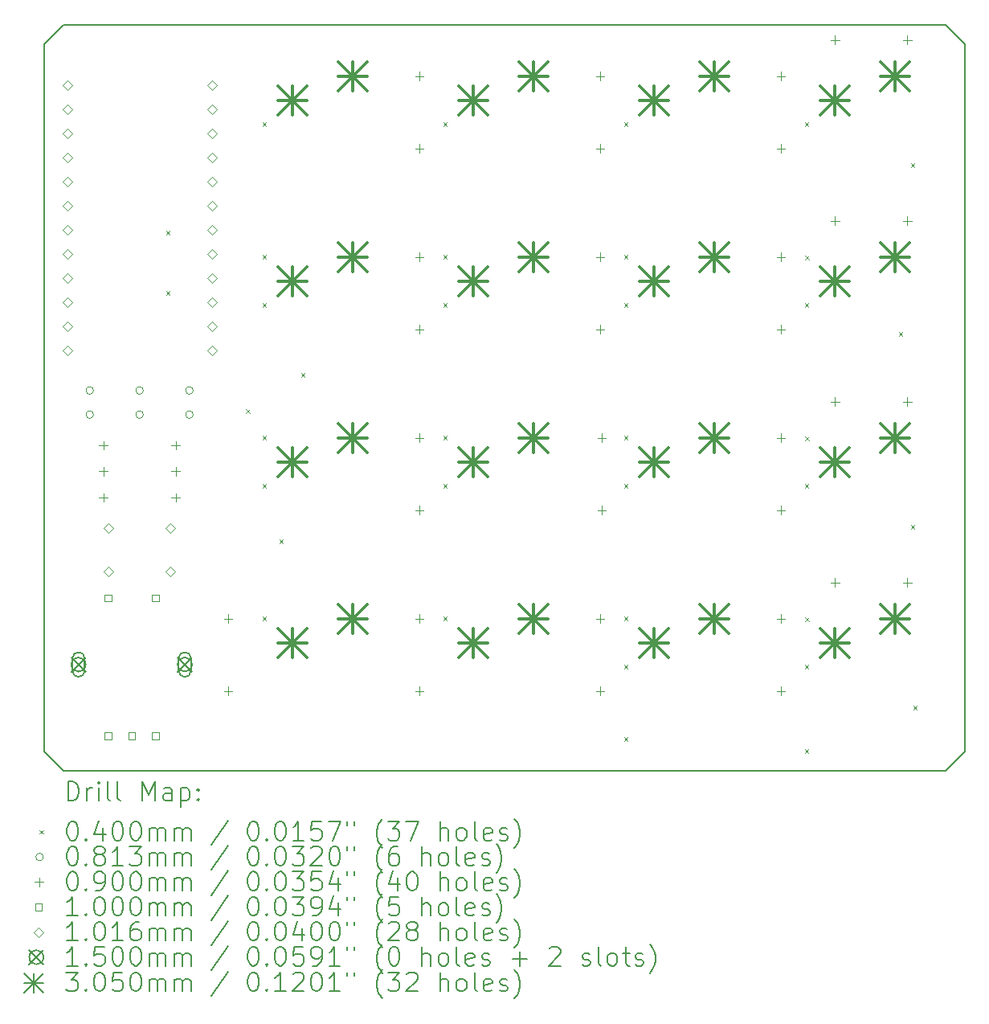
<source format=gbr>
%FSLAX45Y45*%
G04 Gerber Fmt 4.5, Leading zero omitted, Abs format (unit mm)*
G04 Created by KiCad (PCBNEW (6.0.1)) date 2022-02-09 09:53:43*
%MOMM*%
%LPD*%
G01*
G04 APERTURE LIST*
%TA.AperFunction,Profile*%
%ADD10C,0.152400*%
%TD*%
%ADD11C,0.200000*%
%ADD12C,0.040000*%
%ADD13C,0.081280*%
%ADD14C,0.090000*%
%ADD15C,0.100000*%
%ADD16C,0.101600*%
%ADD17C,0.150000*%
%ADD18C,0.305000*%
G04 APERTURE END LIST*
D10*
X19700110Y-6775360D02*
X19500110Y-6575360D01*
X10000110Y-6775360D02*
X10000110Y-14225360D01*
X10200110Y-6575360D02*
X10000110Y-6775360D01*
X10000110Y-14225360D02*
X10200110Y-14425360D01*
X19700110Y-14225360D02*
X19700110Y-6775360D01*
X19500110Y-14425360D02*
X19700110Y-14225360D01*
X19500110Y-6575360D02*
X10200110Y-6575360D01*
X10200110Y-14425360D02*
X19500110Y-14425360D01*
D11*
D12*
X11283000Y-8743000D02*
X11323000Y-8783000D01*
X11323000Y-8743000D02*
X11283000Y-8783000D01*
X11283000Y-9378000D02*
X11323000Y-9418000D01*
X11323000Y-9378000D02*
X11283000Y-9418000D01*
X12125190Y-10622600D02*
X12165190Y-10662600D01*
X12165190Y-10622600D02*
X12125190Y-10662600D01*
X12299000Y-7600000D02*
X12339000Y-7640000D01*
X12339000Y-7600000D02*
X12299000Y-7640000D01*
X12299000Y-8997000D02*
X12339000Y-9037000D01*
X12339000Y-8997000D02*
X12299000Y-9037000D01*
X12299000Y-9505000D02*
X12339000Y-9545000D01*
X12339000Y-9505000D02*
X12299000Y-9545000D01*
X12299000Y-10902000D02*
X12339000Y-10942000D01*
X12339000Y-10902000D02*
X12299000Y-10942000D01*
X12299000Y-11410000D02*
X12339000Y-11450000D01*
X12339000Y-11410000D02*
X12299000Y-11450000D01*
X12299000Y-12807000D02*
X12339000Y-12847000D01*
X12339000Y-12807000D02*
X12299000Y-12847000D01*
X12476800Y-11994200D02*
X12516800Y-12034200D01*
X12516800Y-11994200D02*
X12476800Y-12034200D01*
X12705400Y-10241600D02*
X12745400Y-10281600D01*
X12745400Y-10241600D02*
X12705400Y-10281600D01*
X14204000Y-7600000D02*
X14244000Y-7640000D01*
X14244000Y-7600000D02*
X14204000Y-7640000D01*
X14204000Y-8997000D02*
X14244000Y-9037000D01*
X14244000Y-8997000D02*
X14204000Y-9037000D01*
X14204000Y-9505000D02*
X14244000Y-9545000D01*
X14244000Y-9505000D02*
X14204000Y-9545000D01*
X14204000Y-10902000D02*
X14244000Y-10942000D01*
X14244000Y-10902000D02*
X14204000Y-10942000D01*
X14204000Y-11410000D02*
X14244000Y-11450000D01*
X14244000Y-11410000D02*
X14204000Y-11450000D01*
X14204000Y-12807000D02*
X14244000Y-12847000D01*
X14244000Y-12807000D02*
X14204000Y-12847000D01*
X16109000Y-7600000D02*
X16149000Y-7640000D01*
X16149000Y-7600000D02*
X16109000Y-7640000D01*
X16109000Y-8997000D02*
X16149000Y-9037000D01*
X16149000Y-8997000D02*
X16109000Y-9037000D01*
X16109000Y-9505000D02*
X16149000Y-9545000D01*
X16149000Y-9505000D02*
X16109000Y-9545000D01*
X16109000Y-10902000D02*
X16149000Y-10942000D01*
X16149000Y-10902000D02*
X16109000Y-10942000D01*
X16109000Y-11410000D02*
X16149000Y-11450000D01*
X16149000Y-11410000D02*
X16109000Y-11450000D01*
X16109000Y-12807000D02*
X16149000Y-12847000D01*
X16149000Y-12807000D02*
X16109000Y-12847000D01*
X16109000Y-13315000D02*
X16149000Y-13355000D01*
X16149000Y-13315000D02*
X16109000Y-13355000D01*
X16109000Y-14077000D02*
X16149000Y-14117000D01*
X16149000Y-14077000D02*
X16109000Y-14117000D01*
X18014000Y-7600000D02*
X18054000Y-7640000D01*
X18054000Y-7600000D02*
X18014000Y-7640000D01*
X18014000Y-9505000D02*
X18054000Y-9545000D01*
X18054000Y-9505000D02*
X18014000Y-9545000D01*
X18014000Y-11410000D02*
X18054000Y-11450000D01*
X18054000Y-11410000D02*
X18014000Y-11450000D01*
X18014000Y-13315000D02*
X18054000Y-13355000D01*
X18054000Y-13315000D02*
X18014000Y-13355000D01*
X18014000Y-14204000D02*
X18054000Y-14244000D01*
X18054000Y-14204000D02*
X18014000Y-14244000D01*
X18021419Y-9004419D02*
X18061419Y-9044419D01*
X18061419Y-9004419D02*
X18021419Y-9044419D01*
X18021419Y-10909419D02*
X18061419Y-10949419D01*
X18061419Y-10909419D02*
X18021419Y-10949419D01*
X18021419Y-12814419D02*
X18061419Y-12854419D01*
X18061419Y-12814419D02*
X18021419Y-12854419D01*
X19004600Y-9809800D02*
X19044600Y-9849800D01*
X19044600Y-9809800D02*
X19004600Y-9849800D01*
X19131600Y-8031800D02*
X19171600Y-8071800D01*
X19171600Y-8031800D02*
X19131600Y-8071800D01*
X19131600Y-11841800D02*
X19171600Y-11881800D01*
X19171600Y-11841800D02*
X19131600Y-11881800D01*
X19157000Y-13746800D02*
X19197000Y-13786800D01*
X19197000Y-13746800D02*
X19157000Y-13786800D01*
D13*
X10520750Y-10423360D02*
G75*
G03*
X10520750Y-10423360I-40640J0D01*
G01*
X10520750Y-10677360D02*
G75*
G03*
X10520750Y-10677360I-40640J0D01*
G01*
X11045750Y-10423360D02*
G75*
G03*
X11045750Y-10423360I-40640J0D01*
G01*
X11045750Y-10677360D02*
G75*
G03*
X11045750Y-10677360I-40640J0D01*
G01*
X11570750Y-10423360D02*
G75*
G03*
X11570750Y-10423360I-40640J0D01*
G01*
X11570750Y-10677360D02*
G75*
G03*
X11570750Y-10677360I-40640J0D01*
G01*
D14*
X10624110Y-10955360D02*
X10624110Y-11045360D01*
X10579110Y-11000360D02*
X10669110Y-11000360D01*
X10624110Y-11230360D02*
X10624110Y-11320360D01*
X10579110Y-11275360D02*
X10669110Y-11275360D01*
X10624110Y-11505360D02*
X10624110Y-11595360D01*
X10579110Y-11550360D02*
X10669110Y-11550360D01*
X11386110Y-10955360D02*
X11386110Y-11045360D01*
X11341110Y-11000360D02*
X11431110Y-11000360D01*
X11386110Y-11230360D02*
X11386110Y-11320360D01*
X11341110Y-11275360D02*
X11431110Y-11275360D01*
X11386110Y-11505360D02*
X11386110Y-11595360D01*
X11341110Y-11550360D02*
X11431110Y-11550360D01*
X11938000Y-12782000D02*
X11938000Y-12872000D01*
X11893000Y-12827000D02*
X11983000Y-12827000D01*
X11938000Y-13544000D02*
X11938000Y-13634000D01*
X11893000Y-13589000D02*
X11983000Y-13589000D01*
X13952610Y-7067000D02*
X13952610Y-7157000D01*
X13907610Y-7112000D02*
X13997610Y-7112000D01*
X13952610Y-7829000D02*
X13952610Y-7919000D01*
X13907610Y-7874000D02*
X13997610Y-7874000D01*
X13952610Y-8972000D02*
X13952610Y-9062000D01*
X13907610Y-9017000D02*
X13997610Y-9017000D01*
X13952610Y-9734000D02*
X13952610Y-9824000D01*
X13907610Y-9779000D02*
X13997610Y-9779000D01*
X13952610Y-10877000D02*
X13952610Y-10967000D01*
X13907610Y-10922000D02*
X13997610Y-10922000D01*
X13952610Y-11639000D02*
X13952610Y-11729000D01*
X13907610Y-11684000D02*
X13997610Y-11684000D01*
X13952610Y-12782000D02*
X13952610Y-12872000D01*
X13907610Y-12827000D02*
X13997610Y-12827000D01*
X13952610Y-13544000D02*
X13952610Y-13634000D01*
X13907610Y-13589000D02*
X13997610Y-13589000D01*
X15857610Y-7067000D02*
X15857610Y-7157000D01*
X15812610Y-7112000D02*
X15902610Y-7112000D01*
X15857610Y-7829000D02*
X15857610Y-7919000D01*
X15812610Y-7874000D02*
X15902610Y-7874000D01*
X15857610Y-8972000D02*
X15857610Y-9062000D01*
X15812610Y-9017000D02*
X15902610Y-9017000D01*
X15857610Y-9734000D02*
X15857610Y-9824000D01*
X15812610Y-9779000D02*
X15902610Y-9779000D01*
X15857610Y-12782000D02*
X15857610Y-12872000D01*
X15812610Y-12827000D02*
X15902610Y-12827000D01*
X15857610Y-13544000D02*
X15857610Y-13634000D01*
X15812610Y-13589000D02*
X15902610Y-13589000D01*
X15875000Y-10877000D02*
X15875000Y-10967000D01*
X15830000Y-10922000D02*
X15920000Y-10922000D01*
X15875000Y-11639000D02*
X15875000Y-11729000D01*
X15830000Y-11684000D02*
X15920000Y-11684000D01*
X17762610Y-7067000D02*
X17762610Y-7157000D01*
X17717610Y-7112000D02*
X17807610Y-7112000D01*
X17762610Y-7829000D02*
X17762610Y-7919000D01*
X17717610Y-7874000D02*
X17807610Y-7874000D01*
X17762610Y-8972000D02*
X17762610Y-9062000D01*
X17717610Y-9017000D02*
X17807610Y-9017000D01*
X17762610Y-9734000D02*
X17762610Y-9824000D01*
X17717610Y-9779000D02*
X17807610Y-9779000D01*
X17762610Y-10877000D02*
X17762610Y-10967000D01*
X17717610Y-10922000D02*
X17807610Y-10922000D01*
X17762610Y-11639000D02*
X17762610Y-11729000D01*
X17717610Y-11684000D02*
X17807610Y-11684000D01*
X17762610Y-12782000D02*
X17762610Y-12872000D01*
X17717610Y-12827000D02*
X17807610Y-12827000D01*
X17762610Y-13544000D02*
X17762610Y-13634000D01*
X17717610Y-13589000D02*
X17807610Y-13589000D01*
X18334110Y-6686000D02*
X18334110Y-6776000D01*
X18289110Y-6731000D02*
X18379110Y-6731000D01*
X18334110Y-8591000D02*
X18334110Y-8681000D01*
X18289110Y-8636000D02*
X18379110Y-8636000D01*
X18334110Y-10496000D02*
X18334110Y-10586000D01*
X18289110Y-10541000D02*
X18379110Y-10541000D01*
X18334110Y-12401000D02*
X18334110Y-12491000D01*
X18289110Y-12446000D02*
X18379110Y-12446000D01*
X19096110Y-6686000D02*
X19096110Y-6776000D01*
X19051110Y-6731000D02*
X19141110Y-6731000D01*
X19096110Y-8591000D02*
X19096110Y-8681000D01*
X19051110Y-8636000D02*
X19141110Y-8636000D01*
X19096110Y-10496000D02*
X19096110Y-10586000D01*
X19051110Y-10541000D02*
X19141110Y-10541000D01*
X19096110Y-12401000D02*
X19096110Y-12491000D01*
X19051110Y-12446000D02*
X19141110Y-12446000D01*
D15*
X10707356Y-12645356D02*
X10707356Y-12574644D01*
X10636644Y-12574644D01*
X10636644Y-12645356D01*
X10707356Y-12645356D01*
X10707356Y-14095356D02*
X10707356Y-14024644D01*
X10636644Y-14024644D01*
X10636644Y-14095356D01*
X10707356Y-14095356D01*
X10957356Y-14095356D02*
X10957356Y-14024644D01*
X10886644Y-14024644D01*
X10886644Y-14095356D01*
X10957356Y-14095356D01*
X11207356Y-12645356D02*
X11207356Y-12574644D01*
X11136644Y-12574644D01*
X11136644Y-12645356D01*
X11207356Y-12645356D01*
X11207356Y-14095356D02*
X11207356Y-14024644D01*
X11136644Y-14024644D01*
X11136644Y-14095356D01*
X11207356Y-14095356D01*
D16*
X10243110Y-7256160D02*
X10293910Y-7205360D01*
X10243110Y-7154560D01*
X10192310Y-7205360D01*
X10243110Y-7256160D01*
X10243110Y-7510160D02*
X10293910Y-7459360D01*
X10243110Y-7408560D01*
X10192310Y-7459360D01*
X10243110Y-7510160D01*
X10243110Y-7764160D02*
X10293910Y-7713360D01*
X10243110Y-7662560D01*
X10192310Y-7713360D01*
X10243110Y-7764160D01*
X10243110Y-8018160D02*
X10293910Y-7967360D01*
X10243110Y-7916560D01*
X10192310Y-7967360D01*
X10243110Y-8018160D01*
X10243110Y-8272160D02*
X10293910Y-8221360D01*
X10243110Y-8170560D01*
X10192310Y-8221360D01*
X10243110Y-8272160D01*
X10243110Y-8526160D02*
X10293910Y-8475360D01*
X10243110Y-8424560D01*
X10192310Y-8475360D01*
X10243110Y-8526160D01*
X10243110Y-8780160D02*
X10293910Y-8729360D01*
X10243110Y-8678560D01*
X10192310Y-8729360D01*
X10243110Y-8780160D01*
X10243110Y-9034160D02*
X10293910Y-8983360D01*
X10243110Y-8932560D01*
X10192310Y-8983360D01*
X10243110Y-9034160D01*
X10243110Y-9288160D02*
X10293910Y-9237360D01*
X10243110Y-9186560D01*
X10192310Y-9237360D01*
X10243110Y-9288160D01*
X10243110Y-9542160D02*
X10293910Y-9491360D01*
X10243110Y-9440560D01*
X10192310Y-9491360D01*
X10243110Y-9542160D01*
X10243110Y-9796160D02*
X10293910Y-9745360D01*
X10243110Y-9694560D01*
X10192310Y-9745360D01*
X10243110Y-9796160D01*
X10243110Y-10050160D02*
X10293910Y-9999360D01*
X10243110Y-9948560D01*
X10192310Y-9999360D01*
X10243110Y-10050160D01*
X10679990Y-11925100D02*
X10730790Y-11874300D01*
X10679990Y-11823500D01*
X10629190Y-11874300D01*
X10679990Y-11925100D01*
X10679990Y-12377220D02*
X10730790Y-12326420D01*
X10679990Y-12275620D01*
X10629190Y-12326420D01*
X10679990Y-12377220D01*
X11330230Y-11925100D02*
X11381030Y-11874300D01*
X11330230Y-11823500D01*
X11279430Y-11874300D01*
X11330230Y-11925100D01*
X11330230Y-12377220D02*
X11381030Y-12326420D01*
X11330230Y-12275620D01*
X11279430Y-12326420D01*
X11330230Y-12377220D01*
X11767110Y-7256160D02*
X11817910Y-7205360D01*
X11767110Y-7154560D01*
X11716310Y-7205360D01*
X11767110Y-7256160D01*
X11767110Y-7510160D02*
X11817910Y-7459360D01*
X11767110Y-7408560D01*
X11716310Y-7459360D01*
X11767110Y-7510160D01*
X11767110Y-7764160D02*
X11817910Y-7713360D01*
X11767110Y-7662560D01*
X11716310Y-7713360D01*
X11767110Y-7764160D01*
X11767110Y-8018160D02*
X11817910Y-7967360D01*
X11767110Y-7916560D01*
X11716310Y-7967360D01*
X11767110Y-8018160D01*
X11767110Y-8272160D02*
X11817910Y-8221360D01*
X11767110Y-8170560D01*
X11716310Y-8221360D01*
X11767110Y-8272160D01*
X11767110Y-8526160D02*
X11817910Y-8475360D01*
X11767110Y-8424560D01*
X11716310Y-8475360D01*
X11767110Y-8526160D01*
X11767110Y-8780160D02*
X11817910Y-8729360D01*
X11767110Y-8678560D01*
X11716310Y-8729360D01*
X11767110Y-8780160D01*
X11767110Y-9034160D02*
X11817910Y-8983360D01*
X11767110Y-8932560D01*
X11716310Y-8983360D01*
X11767110Y-9034160D01*
X11767110Y-9288160D02*
X11817910Y-9237360D01*
X11767110Y-9186560D01*
X11716310Y-9237360D01*
X11767110Y-9288160D01*
X11767110Y-9542160D02*
X11817910Y-9491360D01*
X11767110Y-9440560D01*
X11716310Y-9491360D01*
X11767110Y-9542160D01*
X11767110Y-9796160D02*
X11817910Y-9745360D01*
X11767110Y-9694560D01*
X11716310Y-9745360D01*
X11767110Y-9796160D01*
X11767110Y-10050160D02*
X11817910Y-9999360D01*
X11767110Y-9948560D01*
X11716310Y-9999360D01*
X11767110Y-10050160D01*
D17*
X10287000Y-13235000D02*
X10437000Y-13385000D01*
X10437000Y-13235000D02*
X10287000Y-13385000D01*
X10437000Y-13310000D02*
G75*
G03*
X10437000Y-13310000I-75000J0D01*
G01*
D11*
X10427000Y-13375000D02*
X10427000Y-13245000D01*
X10297000Y-13375000D02*
X10297000Y-13245000D01*
X10427000Y-13245000D02*
G75*
G03*
X10297000Y-13245000I-65000J0D01*
G01*
X10297000Y-13375000D02*
G75*
G03*
X10427000Y-13375000I65000J0D01*
G01*
D17*
X11407000Y-13235000D02*
X11557000Y-13385000D01*
X11557000Y-13235000D02*
X11407000Y-13385000D01*
X11557000Y-13310000D02*
G75*
G03*
X11557000Y-13310000I-75000J0D01*
G01*
D11*
X11547000Y-13375000D02*
X11547000Y-13245000D01*
X11417000Y-13375000D02*
X11417000Y-13245000D01*
X11547000Y-13245000D02*
G75*
G03*
X11417000Y-13245000I-65000J0D01*
G01*
X11417000Y-13375000D02*
G75*
G03*
X11547000Y-13375000I65000J0D01*
G01*
D18*
X12466610Y-7218860D02*
X12771610Y-7523860D01*
X12771610Y-7218860D02*
X12466610Y-7523860D01*
X12619110Y-7218860D02*
X12619110Y-7523860D01*
X12466610Y-7371360D02*
X12771610Y-7371360D01*
X12466610Y-9123860D02*
X12771610Y-9428860D01*
X12771610Y-9123860D02*
X12466610Y-9428860D01*
X12619110Y-9123860D02*
X12619110Y-9428860D01*
X12466610Y-9276360D02*
X12771610Y-9276360D01*
X12466610Y-11028860D02*
X12771610Y-11333860D01*
X12771610Y-11028860D02*
X12466610Y-11333860D01*
X12619110Y-11028860D02*
X12619110Y-11333860D01*
X12466610Y-11181360D02*
X12771610Y-11181360D01*
X12466610Y-12934220D02*
X12771610Y-13239220D01*
X12771610Y-12934220D02*
X12466610Y-13239220D01*
X12619110Y-12934220D02*
X12619110Y-13239220D01*
X12466610Y-13086720D02*
X12771610Y-13086720D01*
X13101610Y-6964860D02*
X13406610Y-7269860D01*
X13406610Y-6964860D02*
X13101610Y-7269860D01*
X13254110Y-6964860D02*
X13254110Y-7269860D01*
X13101610Y-7117360D02*
X13406610Y-7117360D01*
X13101610Y-8869860D02*
X13406610Y-9174860D01*
X13406610Y-8869860D02*
X13101610Y-9174860D01*
X13254110Y-8869860D02*
X13254110Y-9174860D01*
X13101610Y-9022360D02*
X13406610Y-9022360D01*
X13101610Y-10774860D02*
X13406610Y-11079860D01*
X13406610Y-10774860D02*
X13101610Y-11079860D01*
X13254110Y-10774860D02*
X13254110Y-11079860D01*
X13101610Y-10927360D02*
X13406610Y-10927360D01*
X13101610Y-12680220D02*
X13406610Y-12985220D01*
X13406610Y-12680220D02*
X13101610Y-12985220D01*
X13254110Y-12680220D02*
X13254110Y-12985220D01*
X13101610Y-12832720D02*
X13406610Y-12832720D01*
X14371610Y-7218860D02*
X14676610Y-7523860D01*
X14676610Y-7218860D02*
X14371610Y-7523860D01*
X14524110Y-7218860D02*
X14524110Y-7523860D01*
X14371610Y-7371360D02*
X14676610Y-7371360D01*
X14371610Y-9123860D02*
X14676610Y-9428860D01*
X14676610Y-9123860D02*
X14371610Y-9428860D01*
X14524110Y-9123860D02*
X14524110Y-9428860D01*
X14371610Y-9276360D02*
X14676610Y-9276360D01*
X14371610Y-11028860D02*
X14676610Y-11333860D01*
X14676610Y-11028860D02*
X14371610Y-11333860D01*
X14524110Y-11028860D02*
X14524110Y-11333860D01*
X14371610Y-11181360D02*
X14676610Y-11181360D01*
X14371610Y-12933860D02*
X14676610Y-13238860D01*
X14676610Y-12933860D02*
X14371610Y-13238860D01*
X14524110Y-12933860D02*
X14524110Y-13238860D01*
X14371610Y-13086360D02*
X14676610Y-13086360D01*
X15006610Y-6964860D02*
X15311610Y-7269860D01*
X15311610Y-6964860D02*
X15006610Y-7269860D01*
X15159110Y-6964860D02*
X15159110Y-7269860D01*
X15006610Y-7117360D02*
X15311610Y-7117360D01*
X15006610Y-8869860D02*
X15311610Y-9174860D01*
X15311610Y-8869860D02*
X15006610Y-9174860D01*
X15159110Y-8869860D02*
X15159110Y-9174860D01*
X15006610Y-9022360D02*
X15311610Y-9022360D01*
X15006610Y-10774860D02*
X15311610Y-11079860D01*
X15311610Y-10774860D02*
X15006610Y-11079860D01*
X15159110Y-10774860D02*
X15159110Y-11079860D01*
X15006610Y-10927360D02*
X15311610Y-10927360D01*
X15006610Y-12679860D02*
X15311610Y-12984860D01*
X15311610Y-12679860D02*
X15006610Y-12984860D01*
X15159110Y-12679860D02*
X15159110Y-12984860D01*
X15006610Y-12832360D02*
X15311610Y-12832360D01*
X16276610Y-7218860D02*
X16581610Y-7523860D01*
X16581610Y-7218860D02*
X16276610Y-7523860D01*
X16429110Y-7218860D02*
X16429110Y-7523860D01*
X16276610Y-7371360D02*
X16581610Y-7371360D01*
X16276610Y-9123860D02*
X16581610Y-9428860D01*
X16581610Y-9123860D02*
X16276610Y-9428860D01*
X16429110Y-9123860D02*
X16429110Y-9428860D01*
X16276610Y-9276360D02*
X16581610Y-9276360D01*
X16276610Y-11028860D02*
X16581610Y-11333860D01*
X16581610Y-11028860D02*
X16276610Y-11333860D01*
X16429110Y-11028860D02*
X16429110Y-11333860D01*
X16276610Y-11181360D02*
X16581610Y-11181360D01*
X16276610Y-12933860D02*
X16581610Y-13238860D01*
X16581610Y-12933860D02*
X16276610Y-13238860D01*
X16429110Y-12933860D02*
X16429110Y-13238860D01*
X16276610Y-13086360D02*
X16581610Y-13086360D01*
X16911610Y-6964860D02*
X17216610Y-7269860D01*
X17216610Y-6964860D02*
X16911610Y-7269860D01*
X17064110Y-6964860D02*
X17064110Y-7269860D01*
X16911610Y-7117360D02*
X17216610Y-7117360D01*
X16911610Y-8869860D02*
X17216610Y-9174860D01*
X17216610Y-8869860D02*
X16911610Y-9174860D01*
X17064110Y-8869860D02*
X17064110Y-9174860D01*
X16911610Y-9022360D02*
X17216610Y-9022360D01*
X16911610Y-10774860D02*
X17216610Y-11079860D01*
X17216610Y-10774860D02*
X16911610Y-11079860D01*
X17064110Y-10774860D02*
X17064110Y-11079860D01*
X16911610Y-10927360D02*
X17216610Y-10927360D01*
X16911610Y-12679860D02*
X17216610Y-12984860D01*
X17216610Y-12679860D02*
X16911610Y-12984860D01*
X17064110Y-12679860D02*
X17064110Y-12984860D01*
X16911610Y-12832360D02*
X17216610Y-12832360D01*
X18181610Y-7218860D02*
X18486610Y-7523860D01*
X18486610Y-7218860D02*
X18181610Y-7523860D01*
X18334110Y-7218860D02*
X18334110Y-7523860D01*
X18181610Y-7371360D02*
X18486610Y-7371360D01*
X18181610Y-9123860D02*
X18486610Y-9428860D01*
X18486610Y-9123860D02*
X18181610Y-9428860D01*
X18334110Y-9123860D02*
X18334110Y-9428860D01*
X18181610Y-9276360D02*
X18486610Y-9276360D01*
X18181610Y-11028860D02*
X18486610Y-11333860D01*
X18486610Y-11028860D02*
X18181610Y-11333860D01*
X18334110Y-11028860D02*
X18334110Y-11333860D01*
X18181610Y-11181360D02*
X18486610Y-11181360D01*
X18181610Y-12934220D02*
X18486610Y-13239220D01*
X18486610Y-12934220D02*
X18181610Y-13239220D01*
X18334110Y-12934220D02*
X18334110Y-13239220D01*
X18181610Y-13086720D02*
X18486610Y-13086720D01*
X18816610Y-6964860D02*
X19121610Y-7269860D01*
X19121610Y-6964860D02*
X18816610Y-7269860D01*
X18969110Y-6964860D02*
X18969110Y-7269860D01*
X18816610Y-7117360D02*
X19121610Y-7117360D01*
X18816610Y-8869860D02*
X19121610Y-9174860D01*
X19121610Y-8869860D02*
X18816610Y-9174860D01*
X18969110Y-8869860D02*
X18969110Y-9174860D01*
X18816610Y-9022360D02*
X19121610Y-9022360D01*
X18816610Y-10774860D02*
X19121610Y-11079860D01*
X19121610Y-10774860D02*
X18816610Y-11079860D01*
X18969110Y-10774860D02*
X18969110Y-11079860D01*
X18816610Y-10927360D02*
X19121610Y-10927360D01*
X18816610Y-12680220D02*
X19121610Y-12985220D01*
X19121610Y-12680220D02*
X18816610Y-12985220D01*
X18969110Y-12680220D02*
X18969110Y-12985220D01*
X18816610Y-12832720D02*
X19121610Y-12832720D01*
D11*
X10250109Y-14743456D02*
X10250109Y-14543456D01*
X10297728Y-14543456D01*
X10326300Y-14552980D01*
X10345347Y-14572028D01*
X10354871Y-14591075D01*
X10364395Y-14629170D01*
X10364395Y-14657742D01*
X10354871Y-14695837D01*
X10345347Y-14714885D01*
X10326300Y-14733932D01*
X10297728Y-14743456D01*
X10250109Y-14743456D01*
X10450109Y-14743456D02*
X10450109Y-14610123D01*
X10450109Y-14648218D02*
X10459633Y-14629170D01*
X10469157Y-14619647D01*
X10488204Y-14610123D01*
X10507252Y-14610123D01*
X10573919Y-14743456D02*
X10573919Y-14610123D01*
X10573919Y-14543456D02*
X10564395Y-14552980D01*
X10573919Y-14562504D01*
X10583442Y-14552980D01*
X10573919Y-14543456D01*
X10573919Y-14562504D01*
X10697728Y-14743456D02*
X10678680Y-14733932D01*
X10669157Y-14714885D01*
X10669157Y-14543456D01*
X10802490Y-14743456D02*
X10783442Y-14733932D01*
X10773919Y-14714885D01*
X10773919Y-14543456D01*
X11031061Y-14743456D02*
X11031061Y-14543456D01*
X11097728Y-14686313D01*
X11164395Y-14543456D01*
X11164395Y-14743456D01*
X11345347Y-14743456D02*
X11345347Y-14638694D01*
X11335823Y-14619647D01*
X11316776Y-14610123D01*
X11278680Y-14610123D01*
X11259633Y-14619647D01*
X11345347Y-14733932D02*
X11326299Y-14743456D01*
X11278680Y-14743456D01*
X11259633Y-14733932D01*
X11250109Y-14714885D01*
X11250109Y-14695837D01*
X11259633Y-14676789D01*
X11278680Y-14667266D01*
X11326299Y-14667266D01*
X11345347Y-14657742D01*
X11440585Y-14610123D02*
X11440585Y-14810123D01*
X11440585Y-14619647D02*
X11459633Y-14610123D01*
X11497728Y-14610123D01*
X11516776Y-14619647D01*
X11526299Y-14629170D01*
X11535823Y-14648218D01*
X11535823Y-14705361D01*
X11526299Y-14724408D01*
X11516776Y-14733932D01*
X11497728Y-14743456D01*
X11459633Y-14743456D01*
X11440585Y-14733932D01*
X11621538Y-14724408D02*
X11631061Y-14733932D01*
X11621538Y-14743456D01*
X11612014Y-14733932D01*
X11621538Y-14724408D01*
X11621538Y-14743456D01*
X11621538Y-14619647D02*
X11631061Y-14629170D01*
X11621538Y-14638694D01*
X11612014Y-14629170D01*
X11621538Y-14619647D01*
X11621538Y-14638694D01*
D12*
X9952490Y-15052980D02*
X9992490Y-15092980D01*
X9992490Y-15052980D02*
X9952490Y-15092980D01*
D11*
X10288204Y-14963456D02*
X10307252Y-14963456D01*
X10326300Y-14972980D01*
X10335823Y-14982504D01*
X10345347Y-15001551D01*
X10354871Y-15039647D01*
X10354871Y-15087266D01*
X10345347Y-15125361D01*
X10335823Y-15144408D01*
X10326300Y-15153932D01*
X10307252Y-15163456D01*
X10288204Y-15163456D01*
X10269157Y-15153932D01*
X10259633Y-15144408D01*
X10250109Y-15125361D01*
X10240585Y-15087266D01*
X10240585Y-15039647D01*
X10250109Y-15001551D01*
X10259633Y-14982504D01*
X10269157Y-14972980D01*
X10288204Y-14963456D01*
X10440585Y-15144408D02*
X10450109Y-15153932D01*
X10440585Y-15163456D01*
X10431061Y-15153932D01*
X10440585Y-15144408D01*
X10440585Y-15163456D01*
X10621538Y-15030123D02*
X10621538Y-15163456D01*
X10573919Y-14953932D02*
X10526300Y-15096789D01*
X10650109Y-15096789D01*
X10764395Y-14963456D02*
X10783442Y-14963456D01*
X10802490Y-14972980D01*
X10812014Y-14982504D01*
X10821538Y-15001551D01*
X10831061Y-15039647D01*
X10831061Y-15087266D01*
X10821538Y-15125361D01*
X10812014Y-15144408D01*
X10802490Y-15153932D01*
X10783442Y-15163456D01*
X10764395Y-15163456D01*
X10745347Y-15153932D01*
X10735823Y-15144408D01*
X10726300Y-15125361D01*
X10716776Y-15087266D01*
X10716776Y-15039647D01*
X10726300Y-15001551D01*
X10735823Y-14982504D01*
X10745347Y-14972980D01*
X10764395Y-14963456D01*
X10954871Y-14963456D02*
X10973919Y-14963456D01*
X10992966Y-14972980D01*
X11002490Y-14982504D01*
X11012014Y-15001551D01*
X11021538Y-15039647D01*
X11021538Y-15087266D01*
X11012014Y-15125361D01*
X11002490Y-15144408D01*
X10992966Y-15153932D01*
X10973919Y-15163456D01*
X10954871Y-15163456D01*
X10935823Y-15153932D01*
X10926300Y-15144408D01*
X10916776Y-15125361D01*
X10907252Y-15087266D01*
X10907252Y-15039647D01*
X10916776Y-15001551D01*
X10926300Y-14982504D01*
X10935823Y-14972980D01*
X10954871Y-14963456D01*
X11107252Y-15163456D02*
X11107252Y-15030123D01*
X11107252Y-15049170D02*
X11116776Y-15039647D01*
X11135823Y-15030123D01*
X11164395Y-15030123D01*
X11183442Y-15039647D01*
X11192966Y-15058694D01*
X11192966Y-15163456D01*
X11192966Y-15058694D02*
X11202490Y-15039647D01*
X11221538Y-15030123D01*
X11250109Y-15030123D01*
X11269157Y-15039647D01*
X11278680Y-15058694D01*
X11278680Y-15163456D01*
X11373918Y-15163456D02*
X11373918Y-15030123D01*
X11373918Y-15049170D02*
X11383442Y-15039647D01*
X11402490Y-15030123D01*
X11431061Y-15030123D01*
X11450109Y-15039647D01*
X11459633Y-15058694D01*
X11459633Y-15163456D01*
X11459633Y-15058694D02*
X11469157Y-15039647D01*
X11488204Y-15030123D01*
X11516776Y-15030123D01*
X11535823Y-15039647D01*
X11545347Y-15058694D01*
X11545347Y-15163456D01*
X11935823Y-14953932D02*
X11764395Y-15211075D01*
X12192966Y-14963456D02*
X12212014Y-14963456D01*
X12231061Y-14972980D01*
X12240585Y-14982504D01*
X12250109Y-15001551D01*
X12259633Y-15039647D01*
X12259633Y-15087266D01*
X12250109Y-15125361D01*
X12240585Y-15144408D01*
X12231061Y-15153932D01*
X12212014Y-15163456D01*
X12192966Y-15163456D01*
X12173918Y-15153932D01*
X12164395Y-15144408D01*
X12154871Y-15125361D01*
X12145347Y-15087266D01*
X12145347Y-15039647D01*
X12154871Y-15001551D01*
X12164395Y-14982504D01*
X12173918Y-14972980D01*
X12192966Y-14963456D01*
X12345347Y-15144408D02*
X12354871Y-15153932D01*
X12345347Y-15163456D01*
X12335823Y-15153932D01*
X12345347Y-15144408D01*
X12345347Y-15163456D01*
X12478680Y-14963456D02*
X12497728Y-14963456D01*
X12516776Y-14972980D01*
X12526299Y-14982504D01*
X12535823Y-15001551D01*
X12545347Y-15039647D01*
X12545347Y-15087266D01*
X12535823Y-15125361D01*
X12526299Y-15144408D01*
X12516776Y-15153932D01*
X12497728Y-15163456D01*
X12478680Y-15163456D01*
X12459633Y-15153932D01*
X12450109Y-15144408D01*
X12440585Y-15125361D01*
X12431061Y-15087266D01*
X12431061Y-15039647D01*
X12440585Y-15001551D01*
X12450109Y-14982504D01*
X12459633Y-14972980D01*
X12478680Y-14963456D01*
X12735823Y-15163456D02*
X12621538Y-15163456D01*
X12678680Y-15163456D02*
X12678680Y-14963456D01*
X12659633Y-14992028D01*
X12640585Y-15011075D01*
X12621538Y-15020599D01*
X12916776Y-14963456D02*
X12821538Y-14963456D01*
X12812014Y-15058694D01*
X12821538Y-15049170D01*
X12840585Y-15039647D01*
X12888204Y-15039647D01*
X12907252Y-15049170D01*
X12916776Y-15058694D01*
X12926299Y-15077742D01*
X12926299Y-15125361D01*
X12916776Y-15144408D01*
X12907252Y-15153932D01*
X12888204Y-15163456D01*
X12840585Y-15163456D01*
X12821538Y-15153932D01*
X12812014Y-15144408D01*
X12992966Y-14963456D02*
X13126299Y-14963456D01*
X13040585Y-15163456D01*
X13192966Y-14963456D02*
X13192966Y-15001551D01*
X13269157Y-14963456D02*
X13269157Y-15001551D01*
X13564395Y-15239647D02*
X13554871Y-15230123D01*
X13535823Y-15201551D01*
X13526299Y-15182504D01*
X13516776Y-15153932D01*
X13507252Y-15106313D01*
X13507252Y-15068218D01*
X13516776Y-15020599D01*
X13526299Y-14992028D01*
X13535823Y-14972980D01*
X13554871Y-14944408D01*
X13564395Y-14934885D01*
X13621538Y-14963456D02*
X13745347Y-14963456D01*
X13678680Y-15039647D01*
X13707252Y-15039647D01*
X13726299Y-15049170D01*
X13735823Y-15058694D01*
X13745347Y-15077742D01*
X13745347Y-15125361D01*
X13735823Y-15144408D01*
X13726299Y-15153932D01*
X13707252Y-15163456D01*
X13650109Y-15163456D01*
X13631061Y-15153932D01*
X13621538Y-15144408D01*
X13812014Y-14963456D02*
X13945347Y-14963456D01*
X13859633Y-15163456D01*
X14173918Y-15163456D02*
X14173918Y-14963456D01*
X14259633Y-15163456D02*
X14259633Y-15058694D01*
X14250109Y-15039647D01*
X14231061Y-15030123D01*
X14202490Y-15030123D01*
X14183442Y-15039647D01*
X14173918Y-15049170D01*
X14383442Y-15163456D02*
X14364395Y-15153932D01*
X14354871Y-15144408D01*
X14345347Y-15125361D01*
X14345347Y-15068218D01*
X14354871Y-15049170D01*
X14364395Y-15039647D01*
X14383442Y-15030123D01*
X14412014Y-15030123D01*
X14431061Y-15039647D01*
X14440585Y-15049170D01*
X14450109Y-15068218D01*
X14450109Y-15125361D01*
X14440585Y-15144408D01*
X14431061Y-15153932D01*
X14412014Y-15163456D01*
X14383442Y-15163456D01*
X14564395Y-15163456D02*
X14545347Y-15153932D01*
X14535823Y-15134885D01*
X14535823Y-14963456D01*
X14716776Y-15153932D02*
X14697728Y-15163456D01*
X14659633Y-15163456D01*
X14640585Y-15153932D01*
X14631061Y-15134885D01*
X14631061Y-15058694D01*
X14640585Y-15039647D01*
X14659633Y-15030123D01*
X14697728Y-15030123D01*
X14716776Y-15039647D01*
X14726299Y-15058694D01*
X14726299Y-15077742D01*
X14631061Y-15096789D01*
X14802490Y-15153932D02*
X14821538Y-15163456D01*
X14859633Y-15163456D01*
X14878680Y-15153932D01*
X14888204Y-15134885D01*
X14888204Y-15125361D01*
X14878680Y-15106313D01*
X14859633Y-15096789D01*
X14831061Y-15096789D01*
X14812014Y-15087266D01*
X14802490Y-15068218D01*
X14802490Y-15058694D01*
X14812014Y-15039647D01*
X14831061Y-15030123D01*
X14859633Y-15030123D01*
X14878680Y-15039647D01*
X14954871Y-15239647D02*
X14964395Y-15230123D01*
X14983442Y-15201551D01*
X14992966Y-15182504D01*
X15002490Y-15153932D01*
X15012014Y-15106313D01*
X15012014Y-15068218D01*
X15002490Y-15020599D01*
X14992966Y-14992028D01*
X14983442Y-14972980D01*
X14964395Y-14944408D01*
X14954871Y-14934885D01*
D13*
X9992490Y-15336980D02*
G75*
G03*
X9992490Y-15336980I-40640J0D01*
G01*
D11*
X10288204Y-15227456D02*
X10307252Y-15227456D01*
X10326300Y-15236980D01*
X10335823Y-15246504D01*
X10345347Y-15265551D01*
X10354871Y-15303647D01*
X10354871Y-15351266D01*
X10345347Y-15389361D01*
X10335823Y-15408408D01*
X10326300Y-15417932D01*
X10307252Y-15427456D01*
X10288204Y-15427456D01*
X10269157Y-15417932D01*
X10259633Y-15408408D01*
X10250109Y-15389361D01*
X10240585Y-15351266D01*
X10240585Y-15303647D01*
X10250109Y-15265551D01*
X10259633Y-15246504D01*
X10269157Y-15236980D01*
X10288204Y-15227456D01*
X10440585Y-15408408D02*
X10450109Y-15417932D01*
X10440585Y-15427456D01*
X10431061Y-15417932D01*
X10440585Y-15408408D01*
X10440585Y-15427456D01*
X10564395Y-15313170D02*
X10545347Y-15303647D01*
X10535823Y-15294123D01*
X10526300Y-15275075D01*
X10526300Y-15265551D01*
X10535823Y-15246504D01*
X10545347Y-15236980D01*
X10564395Y-15227456D01*
X10602490Y-15227456D01*
X10621538Y-15236980D01*
X10631061Y-15246504D01*
X10640585Y-15265551D01*
X10640585Y-15275075D01*
X10631061Y-15294123D01*
X10621538Y-15303647D01*
X10602490Y-15313170D01*
X10564395Y-15313170D01*
X10545347Y-15322694D01*
X10535823Y-15332218D01*
X10526300Y-15351266D01*
X10526300Y-15389361D01*
X10535823Y-15408408D01*
X10545347Y-15417932D01*
X10564395Y-15427456D01*
X10602490Y-15427456D01*
X10621538Y-15417932D01*
X10631061Y-15408408D01*
X10640585Y-15389361D01*
X10640585Y-15351266D01*
X10631061Y-15332218D01*
X10621538Y-15322694D01*
X10602490Y-15313170D01*
X10831061Y-15427456D02*
X10716776Y-15427456D01*
X10773919Y-15427456D02*
X10773919Y-15227456D01*
X10754871Y-15256028D01*
X10735823Y-15275075D01*
X10716776Y-15284599D01*
X10897728Y-15227456D02*
X11021538Y-15227456D01*
X10954871Y-15303647D01*
X10983442Y-15303647D01*
X11002490Y-15313170D01*
X11012014Y-15322694D01*
X11021538Y-15341742D01*
X11021538Y-15389361D01*
X11012014Y-15408408D01*
X11002490Y-15417932D01*
X10983442Y-15427456D01*
X10926300Y-15427456D01*
X10907252Y-15417932D01*
X10897728Y-15408408D01*
X11107252Y-15427456D02*
X11107252Y-15294123D01*
X11107252Y-15313170D02*
X11116776Y-15303647D01*
X11135823Y-15294123D01*
X11164395Y-15294123D01*
X11183442Y-15303647D01*
X11192966Y-15322694D01*
X11192966Y-15427456D01*
X11192966Y-15322694D02*
X11202490Y-15303647D01*
X11221538Y-15294123D01*
X11250109Y-15294123D01*
X11269157Y-15303647D01*
X11278680Y-15322694D01*
X11278680Y-15427456D01*
X11373918Y-15427456D02*
X11373918Y-15294123D01*
X11373918Y-15313170D02*
X11383442Y-15303647D01*
X11402490Y-15294123D01*
X11431061Y-15294123D01*
X11450109Y-15303647D01*
X11459633Y-15322694D01*
X11459633Y-15427456D01*
X11459633Y-15322694D02*
X11469157Y-15303647D01*
X11488204Y-15294123D01*
X11516776Y-15294123D01*
X11535823Y-15303647D01*
X11545347Y-15322694D01*
X11545347Y-15427456D01*
X11935823Y-15217932D02*
X11764395Y-15475075D01*
X12192966Y-15227456D02*
X12212014Y-15227456D01*
X12231061Y-15236980D01*
X12240585Y-15246504D01*
X12250109Y-15265551D01*
X12259633Y-15303647D01*
X12259633Y-15351266D01*
X12250109Y-15389361D01*
X12240585Y-15408408D01*
X12231061Y-15417932D01*
X12212014Y-15427456D01*
X12192966Y-15427456D01*
X12173918Y-15417932D01*
X12164395Y-15408408D01*
X12154871Y-15389361D01*
X12145347Y-15351266D01*
X12145347Y-15303647D01*
X12154871Y-15265551D01*
X12164395Y-15246504D01*
X12173918Y-15236980D01*
X12192966Y-15227456D01*
X12345347Y-15408408D02*
X12354871Y-15417932D01*
X12345347Y-15427456D01*
X12335823Y-15417932D01*
X12345347Y-15408408D01*
X12345347Y-15427456D01*
X12478680Y-15227456D02*
X12497728Y-15227456D01*
X12516776Y-15236980D01*
X12526299Y-15246504D01*
X12535823Y-15265551D01*
X12545347Y-15303647D01*
X12545347Y-15351266D01*
X12535823Y-15389361D01*
X12526299Y-15408408D01*
X12516776Y-15417932D01*
X12497728Y-15427456D01*
X12478680Y-15427456D01*
X12459633Y-15417932D01*
X12450109Y-15408408D01*
X12440585Y-15389361D01*
X12431061Y-15351266D01*
X12431061Y-15303647D01*
X12440585Y-15265551D01*
X12450109Y-15246504D01*
X12459633Y-15236980D01*
X12478680Y-15227456D01*
X12612014Y-15227456D02*
X12735823Y-15227456D01*
X12669157Y-15303647D01*
X12697728Y-15303647D01*
X12716776Y-15313170D01*
X12726299Y-15322694D01*
X12735823Y-15341742D01*
X12735823Y-15389361D01*
X12726299Y-15408408D01*
X12716776Y-15417932D01*
X12697728Y-15427456D01*
X12640585Y-15427456D01*
X12621538Y-15417932D01*
X12612014Y-15408408D01*
X12812014Y-15246504D02*
X12821538Y-15236980D01*
X12840585Y-15227456D01*
X12888204Y-15227456D01*
X12907252Y-15236980D01*
X12916776Y-15246504D01*
X12926299Y-15265551D01*
X12926299Y-15284599D01*
X12916776Y-15313170D01*
X12802490Y-15427456D01*
X12926299Y-15427456D01*
X13050109Y-15227456D02*
X13069157Y-15227456D01*
X13088204Y-15236980D01*
X13097728Y-15246504D01*
X13107252Y-15265551D01*
X13116776Y-15303647D01*
X13116776Y-15351266D01*
X13107252Y-15389361D01*
X13097728Y-15408408D01*
X13088204Y-15417932D01*
X13069157Y-15427456D01*
X13050109Y-15427456D01*
X13031061Y-15417932D01*
X13021538Y-15408408D01*
X13012014Y-15389361D01*
X13002490Y-15351266D01*
X13002490Y-15303647D01*
X13012014Y-15265551D01*
X13021538Y-15246504D01*
X13031061Y-15236980D01*
X13050109Y-15227456D01*
X13192966Y-15227456D02*
X13192966Y-15265551D01*
X13269157Y-15227456D02*
X13269157Y-15265551D01*
X13564395Y-15503647D02*
X13554871Y-15494123D01*
X13535823Y-15465551D01*
X13526299Y-15446504D01*
X13516776Y-15417932D01*
X13507252Y-15370313D01*
X13507252Y-15332218D01*
X13516776Y-15284599D01*
X13526299Y-15256028D01*
X13535823Y-15236980D01*
X13554871Y-15208408D01*
X13564395Y-15198885D01*
X13726299Y-15227456D02*
X13688204Y-15227456D01*
X13669157Y-15236980D01*
X13659633Y-15246504D01*
X13640585Y-15275075D01*
X13631061Y-15313170D01*
X13631061Y-15389361D01*
X13640585Y-15408408D01*
X13650109Y-15417932D01*
X13669157Y-15427456D01*
X13707252Y-15427456D01*
X13726299Y-15417932D01*
X13735823Y-15408408D01*
X13745347Y-15389361D01*
X13745347Y-15341742D01*
X13735823Y-15322694D01*
X13726299Y-15313170D01*
X13707252Y-15303647D01*
X13669157Y-15303647D01*
X13650109Y-15313170D01*
X13640585Y-15322694D01*
X13631061Y-15341742D01*
X13983442Y-15427456D02*
X13983442Y-15227456D01*
X14069157Y-15427456D02*
X14069157Y-15322694D01*
X14059633Y-15303647D01*
X14040585Y-15294123D01*
X14012014Y-15294123D01*
X13992966Y-15303647D01*
X13983442Y-15313170D01*
X14192966Y-15427456D02*
X14173918Y-15417932D01*
X14164395Y-15408408D01*
X14154871Y-15389361D01*
X14154871Y-15332218D01*
X14164395Y-15313170D01*
X14173918Y-15303647D01*
X14192966Y-15294123D01*
X14221538Y-15294123D01*
X14240585Y-15303647D01*
X14250109Y-15313170D01*
X14259633Y-15332218D01*
X14259633Y-15389361D01*
X14250109Y-15408408D01*
X14240585Y-15417932D01*
X14221538Y-15427456D01*
X14192966Y-15427456D01*
X14373918Y-15427456D02*
X14354871Y-15417932D01*
X14345347Y-15398885D01*
X14345347Y-15227456D01*
X14526299Y-15417932D02*
X14507252Y-15427456D01*
X14469157Y-15427456D01*
X14450109Y-15417932D01*
X14440585Y-15398885D01*
X14440585Y-15322694D01*
X14450109Y-15303647D01*
X14469157Y-15294123D01*
X14507252Y-15294123D01*
X14526299Y-15303647D01*
X14535823Y-15322694D01*
X14535823Y-15341742D01*
X14440585Y-15360789D01*
X14612014Y-15417932D02*
X14631061Y-15427456D01*
X14669157Y-15427456D01*
X14688204Y-15417932D01*
X14697728Y-15398885D01*
X14697728Y-15389361D01*
X14688204Y-15370313D01*
X14669157Y-15360789D01*
X14640585Y-15360789D01*
X14621538Y-15351266D01*
X14612014Y-15332218D01*
X14612014Y-15322694D01*
X14621538Y-15303647D01*
X14640585Y-15294123D01*
X14669157Y-15294123D01*
X14688204Y-15303647D01*
X14764395Y-15503647D02*
X14773918Y-15494123D01*
X14792966Y-15465551D01*
X14802490Y-15446504D01*
X14812014Y-15417932D01*
X14821538Y-15370313D01*
X14821538Y-15332218D01*
X14812014Y-15284599D01*
X14802490Y-15256028D01*
X14792966Y-15236980D01*
X14773918Y-15208408D01*
X14764395Y-15198885D01*
D14*
X9947490Y-15555980D02*
X9947490Y-15645980D01*
X9902490Y-15600980D02*
X9992490Y-15600980D01*
D11*
X10288204Y-15491456D02*
X10307252Y-15491456D01*
X10326300Y-15500980D01*
X10335823Y-15510504D01*
X10345347Y-15529551D01*
X10354871Y-15567647D01*
X10354871Y-15615266D01*
X10345347Y-15653361D01*
X10335823Y-15672408D01*
X10326300Y-15681932D01*
X10307252Y-15691456D01*
X10288204Y-15691456D01*
X10269157Y-15681932D01*
X10259633Y-15672408D01*
X10250109Y-15653361D01*
X10240585Y-15615266D01*
X10240585Y-15567647D01*
X10250109Y-15529551D01*
X10259633Y-15510504D01*
X10269157Y-15500980D01*
X10288204Y-15491456D01*
X10440585Y-15672408D02*
X10450109Y-15681932D01*
X10440585Y-15691456D01*
X10431061Y-15681932D01*
X10440585Y-15672408D01*
X10440585Y-15691456D01*
X10545347Y-15691456D02*
X10583442Y-15691456D01*
X10602490Y-15681932D01*
X10612014Y-15672408D01*
X10631061Y-15643837D01*
X10640585Y-15605742D01*
X10640585Y-15529551D01*
X10631061Y-15510504D01*
X10621538Y-15500980D01*
X10602490Y-15491456D01*
X10564395Y-15491456D01*
X10545347Y-15500980D01*
X10535823Y-15510504D01*
X10526300Y-15529551D01*
X10526300Y-15577170D01*
X10535823Y-15596218D01*
X10545347Y-15605742D01*
X10564395Y-15615266D01*
X10602490Y-15615266D01*
X10621538Y-15605742D01*
X10631061Y-15596218D01*
X10640585Y-15577170D01*
X10764395Y-15491456D02*
X10783442Y-15491456D01*
X10802490Y-15500980D01*
X10812014Y-15510504D01*
X10821538Y-15529551D01*
X10831061Y-15567647D01*
X10831061Y-15615266D01*
X10821538Y-15653361D01*
X10812014Y-15672408D01*
X10802490Y-15681932D01*
X10783442Y-15691456D01*
X10764395Y-15691456D01*
X10745347Y-15681932D01*
X10735823Y-15672408D01*
X10726300Y-15653361D01*
X10716776Y-15615266D01*
X10716776Y-15567647D01*
X10726300Y-15529551D01*
X10735823Y-15510504D01*
X10745347Y-15500980D01*
X10764395Y-15491456D01*
X10954871Y-15491456D02*
X10973919Y-15491456D01*
X10992966Y-15500980D01*
X11002490Y-15510504D01*
X11012014Y-15529551D01*
X11021538Y-15567647D01*
X11021538Y-15615266D01*
X11012014Y-15653361D01*
X11002490Y-15672408D01*
X10992966Y-15681932D01*
X10973919Y-15691456D01*
X10954871Y-15691456D01*
X10935823Y-15681932D01*
X10926300Y-15672408D01*
X10916776Y-15653361D01*
X10907252Y-15615266D01*
X10907252Y-15567647D01*
X10916776Y-15529551D01*
X10926300Y-15510504D01*
X10935823Y-15500980D01*
X10954871Y-15491456D01*
X11107252Y-15691456D02*
X11107252Y-15558123D01*
X11107252Y-15577170D02*
X11116776Y-15567647D01*
X11135823Y-15558123D01*
X11164395Y-15558123D01*
X11183442Y-15567647D01*
X11192966Y-15586694D01*
X11192966Y-15691456D01*
X11192966Y-15586694D02*
X11202490Y-15567647D01*
X11221538Y-15558123D01*
X11250109Y-15558123D01*
X11269157Y-15567647D01*
X11278680Y-15586694D01*
X11278680Y-15691456D01*
X11373918Y-15691456D02*
X11373918Y-15558123D01*
X11373918Y-15577170D02*
X11383442Y-15567647D01*
X11402490Y-15558123D01*
X11431061Y-15558123D01*
X11450109Y-15567647D01*
X11459633Y-15586694D01*
X11459633Y-15691456D01*
X11459633Y-15586694D02*
X11469157Y-15567647D01*
X11488204Y-15558123D01*
X11516776Y-15558123D01*
X11535823Y-15567647D01*
X11545347Y-15586694D01*
X11545347Y-15691456D01*
X11935823Y-15481932D02*
X11764395Y-15739075D01*
X12192966Y-15491456D02*
X12212014Y-15491456D01*
X12231061Y-15500980D01*
X12240585Y-15510504D01*
X12250109Y-15529551D01*
X12259633Y-15567647D01*
X12259633Y-15615266D01*
X12250109Y-15653361D01*
X12240585Y-15672408D01*
X12231061Y-15681932D01*
X12212014Y-15691456D01*
X12192966Y-15691456D01*
X12173918Y-15681932D01*
X12164395Y-15672408D01*
X12154871Y-15653361D01*
X12145347Y-15615266D01*
X12145347Y-15567647D01*
X12154871Y-15529551D01*
X12164395Y-15510504D01*
X12173918Y-15500980D01*
X12192966Y-15491456D01*
X12345347Y-15672408D02*
X12354871Y-15681932D01*
X12345347Y-15691456D01*
X12335823Y-15681932D01*
X12345347Y-15672408D01*
X12345347Y-15691456D01*
X12478680Y-15491456D02*
X12497728Y-15491456D01*
X12516776Y-15500980D01*
X12526299Y-15510504D01*
X12535823Y-15529551D01*
X12545347Y-15567647D01*
X12545347Y-15615266D01*
X12535823Y-15653361D01*
X12526299Y-15672408D01*
X12516776Y-15681932D01*
X12497728Y-15691456D01*
X12478680Y-15691456D01*
X12459633Y-15681932D01*
X12450109Y-15672408D01*
X12440585Y-15653361D01*
X12431061Y-15615266D01*
X12431061Y-15567647D01*
X12440585Y-15529551D01*
X12450109Y-15510504D01*
X12459633Y-15500980D01*
X12478680Y-15491456D01*
X12612014Y-15491456D02*
X12735823Y-15491456D01*
X12669157Y-15567647D01*
X12697728Y-15567647D01*
X12716776Y-15577170D01*
X12726299Y-15586694D01*
X12735823Y-15605742D01*
X12735823Y-15653361D01*
X12726299Y-15672408D01*
X12716776Y-15681932D01*
X12697728Y-15691456D01*
X12640585Y-15691456D01*
X12621538Y-15681932D01*
X12612014Y-15672408D01*
X12916776Y-15491456D02*
X12821538Y-15491456D01*
X12812014Y-15586694D01*
X12821538Y-15577170D01*
X12840585Y-15567647D01*
X12888204Y-15567647D01*
X12907252Y-15577170D01*
X12916776Y-15586694D01*
X12926299Y-15605742D01*
X12926299Y-15653361D01*
X12916776Y-15672408D01*
X12907252Y-15681932D01*
X12888204Y-15691456D01*
X12840585Y-15691456D01*
X12821538Y-15681932D01*
X12812014Y-15672408D01*
X13097728Y-15558123D02*
X13097728Y-15691456D01*
X13050109Y-15481932D02*
X13002490Y-15624789D01*
X13126299Y-15624789D01*
X13192966Y-15491456D02*
X13192966Y-15529551D01*
X13269157Y-15491456D02*
X13269157Y-15529551D01*
X13564395Y-15767647D02*
X13554871Y-15758123D01*
X13535823Y-15729551D01*
X13526299Y-15710504D01*
X13516776Y-15681932D01*
X13507252Y-15634313D01*
X13507252Y-15596218D01*
X13516776Y-15548599D01*
X13526299Y-15520028D01*
X13535823Y-15500980D01*
X13554871Y-15472408D01*
X13564395Y-15462885D01*
X13726299Y-15558123D02*
X13726299Y-15691456D01*
X13678680Y-15481932D02*
X13631061Y-15624789D01*
X13754871Y-15624789D01*
X13869157Y-15491456D02*
X13888204Y-15491456D01*
X13907252Y-15500980D01*
X13916776Y-15510504D01*
X13926299Y-15529551D01*
X13935823Y-15567647D01*
X13935823Y-15615266D01*
X13926299Y-15653361D01*
X13916776Y-15672408D01*
X13907252Y-15681932D01*
X13888204Y-15691456D01*
X13869157Y-15691456D01*
X13850109Y-15681932D01*
X13840585Y-15672408D01*
X13831061Y-15653361D01*
X13821538Y-15615266D01*
X13821538Y-15567647D01*
X13831061Y-15529551D01*
X13840585Y-15510504D01*
X13850109Y-15500980D01*
X13869157Y-15491456D01*
X14173918Y-15691456D02*
X14173918Y-15491456D01*
X14259633Y-15691456D02*
X14259633Y-15586694D01*
X14250109Y-15567647D01*
X14231061Y-15558123D01*
X14202490Y-15558123D01*
X14183442Y-15567647D01*
X14173918Y-15577170D01*
X14383442Y-15691456D02*
X14364395Y-15681932D01*
X14354871Y-15672408D01*
X14345347Y-15653361D01*
X14345347Y-15596218D01*
X14354871Y-15577170D01*
X14364395Y-15567647D01*
X14383442Y-15558123D01*
X14412014Y-15558123D01*
X14431061Y-15567647D01*
X14440585Y-15577170D01*
X14450109Y-15596218D01*
X14450109Y-15653361D01*
X14440585Y-15672408D01*
X14431061Y-15681932D01*
X14412014Y-15691456D01*
X14383442Y-15691456D01*
X14564395Y-15691456D02*
X14545347Y-15681932D01*
X14535823Y-15662885D01*
X14535823Y-15491456D01*
X14716776Y-15681932D02*
X14697728Y-15691456D01*
X14659633Y-15691456D01*
X14640585Y-15681932D01*
X14631061Y-15662885D01*
X14631061Y-15586694D01*
X14640585Y-15567647D01*
X14659633Y-15558123D01*
X14697728Y-15558123D01*
X14716776Y-15567647D01*
X14726299Y-15586694D01*
X14726299Y-15605742D01*
X14631061Y-15624789D01*
X14802490Y-15681932D02*
X14821538Y-15691456D01*
X14859633Y-15691456D01*
X14878680Y-15681932D01*
X14888204Y-15662885D01*
X14888204Y-15653361D01*
X14878680Y-15634313D01*
X14859633Y-15624789D01*
X14831061Y-15624789D01*
X14812014Y-15615266D01*
X14802490Y-15596218D01*
X14802490Y-15586694D01*
X14812014Y-15567647D01*
X14831061Y-15558123D01*
X14859633Y-15558123D01*
X14878680Y-15567647D01*
X14954871Y-15767647D02*
X14964395Y-15758123D01*
X14983442Y-15729551D01*
X14992966Y-15710504D01*
X15002490Y-15681932D01*
X15012014Y-15634313D01*
X15012014Y-15596218D01*
X15002490Y-15548599D01*
X14992966Y-15520028D01*
X14983442Y-15500980D01*
X14964395Y-15472408D01*
X14954871Y-15462885D01*
D15*
X9977846Y-15900336D02*
X9977846Y-15829624D01*
X9907134Y-15829624D01*
X9907134Y-15900336D01*
X9977846Y-15900336D01*
D11*
X10354871Y-15955456D02*
X10240585Y-15955456D01*
X10297728Y-15955456D02*
X10297728Y-15755456D01*
X10278680Y-15784028D01*
X10259633Y-15803075D01*
X10240585Y-15812599D01*
X10440585Y-15936408D02*
X10450109Y-15945932D01*
X10440585Y-15955456D01*
X10431061Y-15945932D01*
X10440585Y-15936408D01*
X10440585Y-15955456D01*
X10573919Y-15755456D02*
X10592966Y-15755456D01*
X10612014Y-15764980D01*
X10621538Y-15774504D01*
X10631061Y-15793551D01*
X10640585Y-15831647D01*
X10640585Y-15879266D01*
X10631061Y-15917361D01*
X10621538Y-15936408D01*
X10612014Y-15945932D01*
X10592966Y-15955456D01*
X10573919Y-15955456D01*
X10554871Y-15945932D01*
X10545347Y-15936408D01*
X10535823Y-15917361D01*
X10526300Y-15879266D01*
X10526300Y-15831647D01*
X10535823Y-15793551D01*
X10545347Y-15774504D01*
X10554871Y-15764980D01*
X10573919Y-15755456D01*
X10764395Y-15755456D02*
X10783442Y-15755456D01*
X10802490Y-15764980D01*
X10812014Y-15774504D01*
X10821538Y-15793551D01*
X10831061Y-15831647D01*
X10831061Y-15879266D01*
X10821538Y-15917361D01*
X10812014Y-15936408D01*
X10802490Y-15945932D01*
X10783442Y-15955456D01*
X10764395Y-15955456D01*
X10745347Y-15945932D01*
X10735823Y-15936408D01*
X10726300Y-15917361D01*
X10716776Y-15879266D01*
X10716776Y-15831647D01*
X10726300Y-15793551D01*
X10735823Y-15774504D01*
X10745347Y-15764980D01*
X10764395Y-15755456D01*
X10954871Y-15755456D02*
X10973919Y-15755456D01*
X10992966Y-15764980D01*
X11002490Y-15774504D01*
X11012014Y-15793551D01*
X11021538Y-15831647D01*
X11021538Y-15879266D01*
X11012014Y-15917361D01*
X11002490Y-15936408D01*
X10992966Y-15945932D01*
X10973919Y-15955456D01*
X10954871Y-15955456D01*
X10935823Y-15945932D01*
X10926300Y-15936408D01*
X10916776Y-15917361D01*
X10907252Y-15879266D01*
X10907252Y-15831647D01*
X10916776Y-15793551D01*
X10926300Y-15774504D01*
X10935823Y-15764980D01*
X10954871Y-15755456D01*
X11107252Y-15955456D02*
X11107252Y-15822123D01*
X11107252Y-15841170D02*
X11116776Y-15831647D01*
X11135823Y-15822123D01*
X11164395Y-15822123D01*
X11183442Y-15831647D01*
X11192966Y-15850694D01*
X11192966Y-15955456D01*
X11192966Y-15850694D02*
X11202490Y-15831647D01*
X11221538Y-15822123D01*
X11250109Y-15822123D01*
X11269157Y-15831647D01*
X11278680Y-15850694D01*
X11278680Y-15955456D01*
X11373918Y-15955456D02*
X11373918Y-15822123D01*
X11373918Y-15841170D02*
X11383442Y-15831647D01*
X11402490Y-15822123D01*
X11431061Y-15822123D01*
X11450109Y-15831647D01*
X11459633Y-15850694D01*
X11459633Y-15955456D01*
X11459633Y-15850694D02*
X11469157Y-15831647D01*
X11488204Y-15822123D01*
X11516776Y-15822123D01*
X11535823Y-15831647D01*
X11545347Y-15850694D01*
X11545347Y-15955456D01*
X11935823Y-15745932D02*
X11764395Y-16003075D01*
X12192966Y-15755456D02*
X12212014Y-15755456D01*
X12231061Y-15764980D01*
X12240585Y-15774504D01*
X12250109Y-15793551D01*
X12259633Y-15831647D01*
X12259633Y-15879266D01*
X12250109Y-15917361D01*
X12240585Y-15936408D01*
X12231061Y-15945932D01*
X12212014Y-15955456D01*
X12192966Y-15955456D01*
X12173918Y-15945932D01*
X12164395Y-15936408D01*
X12154871Y-15917361D01*
X12145347Y-15879266D01*
X12145347Y-15831647D01*
X12154871Y-15793551D01*
X12164395Y-15774504D01*
X12173918Y-15764980D01*
X12192966Y-15755456D01*
X12345347Y-15936408D02*
X12354871Y-15945932D01*
X12345347Y-15955456D01*
X12335823Y-15945932D01*
X12345347Y-15936408D01*
X12345347Y-15955456D01*
X12478680Y-15755456D02*
X12497728Y-15755456D01*
X12516776Y-15764980D01*
X12526299Y-15774504D01*
X12535823Y-15793551D01*
X12545347Y-15831647D01*
X12545347Y-15879266D01*
X12535823Y-15917361D01*
X12526299Y-15936408D01*
X12516776Y-15945932D01*
X12497728Y-15955456D01*
X12478680Y-15955456D01*
X12459633Y-15945932D01*
X12450109Y-15936408D01*
X12440585Y-15917361D01*
X12431061Y-15879266D01*
X12431061Y-15831647D01*
X12440585Y-15793551D01*
X12450109Y-15774504D01*
X12459633Y-15764980D01*
X12478680Y-15755456D01*
X12612014Y-15755456D02*
X12735823Y-15755456D01*
X12669157Y-15831647D01*
X12697728Y-15831647D01*
X12716776Y-15841170D01*
X12726299Y-15850694D01*
X12735823Y-15869742D01*
X12735823Y-15917361D01*
X12726299Y-15936408D01*
X12716776Y-15945932D01*
X12697728Y-15955456D01*
X12640585Y-15955456D01*
X12621538Y-15945932D01*
X12612014Y-15936408D01*
X12831061Y-15955456D02*
X12869157Y-15955456D01*
X12888204Y-15945932D01*
X12897728Y-15936408D01*
X12916776Y-15907837D01*
X12926299Y-15869742D01*
X12926299Y-15793551D01*
X12916776Y-15774504D01*
X12907252Y-15764980D01*
X12888204Y-15755456D01*
X12850109Y-15755456D01*
X12831061Y-15764980D01*
X12821538Y-15774504D01*
X12812014Y-15793551D01*
X12812014Y-15841170D01*
X12821538Y-15860218D01*
X12831061Y-15869742D01*
X12850109Y-15879266D01*
X12888204Y-15879266D01*
X12907252Y-15869742D01*
X12916776Y-15860218D01*
X12926299Y-15841170D01*
X13097728Y-15822123D02*
X13097728Y-15955456D01*
X13050109Y-15745932D02*
X13002490Y-15888789D01*
X13126299Y-15888789D01*
X13192966Y-15755456D02*
X13192966Y-15793551D01*
X13269157Y-15755456D02*
X13269157Y-15793551D01*
X13564395Y-16031647D02*
X13554871Y-16022123D01*
X13535823Y-15993551D01*
X13526299Y-15974504D01*
X13516776Y-15945932D01*
X13507252Y-15898313D01*
X13507252Y-15860218D01*
X13516776Y-15812599D01*
X13526299Y-15784028D01*
X13535823Y-15764980D01*
X13554871Y-15736408D01*
X13564395Y-15726885D01*
X13735823Y-15755456D02*
X13640585Y-15755456D01*
X13631061Y-15850694D01*
X13640585Y-15841170D01*
X13659633Y-15831647D01*
X13707252Y-15831647D01*
X13726299Y-15841170D01*
X13735823Y-15850694D01*
X13745347Y-15869742D01*
X13745347Y-15917361D01*
X13735823Y-15936408D01*
X13726299Y-15945932D01*
X13707252Y-15955456D01*
X13659633Y-15955456D01*
X13640585Y-15945932D01*
X13631061Y-15936408D01*
X13983442Y-15955456D02*
X13983442Y-15755456D01*
X14069157Y-15955456D02*
X14069157Y-15850694D01*
X14059633Y-15831647D01*
X14040585Y-15822123D01*
X14012014Y-15822123D01*
X13992966Y-15831647D01*
X13983442Y-15841170D01*
X14192966Y-15955456D02*
X14173918Y-15945932D01*
X14164395Y-15936408D01*
X14154871Y-15917361D01*
X14154871Y-15860218D01*
X14164395Y-15841170D01*
X14173918Y-15831647D01*
X14192966Y-15822123D01*
X14221538Y-15822123D01*
X14240585Y-15831647D01*
X14250109Y-15841170D01*
X14259633Y-15860218D01*
X14259633Y-15917361D01*
X14250109Y-15936408D01*
X14240585Y-15945932D01*
X14221538Y-15955456D01*
X14192966Y-15955456D01*
X14373918Y-15955456D02*
X14354871Y-15945932D01*
X14345347Y-15926885D01*
X14345347Y-15755456D01*
X14526299Y-15945932D02*
X14507252Y-15955456D01*
X14469157Y-15955456D01*
X14450109Y-15945932D01*
X14440585Y-15926885D01*
X14440585Y-15850694D01*
X14450109Y-15831647D01*
X14469157Y-15822123D01*
X14507252Y-15822123D01*
X14526299Y-15831647D01*
X14535823Y-15850694D01*
X14535823Y-15869742D01*
X14440585Y-15888789D01*
X14612014Y-15945932D02*
X14631061Y-15955456D01*
X14669157Y-15955456D01*
X14688204Y-15945932D01*
X14697728Y-15926885D01*
X14697728Y-15917361D01*
X14688204Y-15898313D01*
X14669157Y-15888789D01*
X14640585Y-15888789D01*
X14621538Y-15879266D01*
X14612014Y-15860218D01*
X14612014Y-15850694D01*
X14621538Y-15831647D01*
X14640585Y-15822123D01*
X14669157Y-15822123D01*
X14688204Y-15831647D01*
X14764395Y-16031647D02*
X14773918Y-16022123D01*
X14792966Y-15993551D01*
X14802490Y-15974504D01*
X14812014Y-15945932D01*
X14821538Y-15898313D01*
X14821538Y-15860218D01*
X14812014Y-15812599D01*
X14802490Y-15784028D01*
X14792966Y-15764980D01*
X14773918Y-15736408D01*
X14764395Y-15726885D01*
D16*
X9941690Y-16179780D02*
X9992490Y-16128980D01*
X9941690Y-16078180D01*
X9890890Y-16128980D01*
X9941690Y-16179780D01*
D11*
X10354871Y-16219456D02*
X10240585Y-16219456D01*
X10297728Y-16219456D02*
X10297728Y-16019456D01*
X10278680Y-16048028D01*
X10259633Y-16067075D01*
X10240585Y-16076599D01*
X10440585Y-16200408D02*
X10450109Y-16209932D01*
X10440585Y-16219456D01*
X10431061Y-16209932D01*
X10440585Y-16200408D01*
X10440585Y-16219456D01*
X10573919Y-16019456D02*
X10592966Y-16019456D01*
X10612014Y-16028980D01*
X10621538Y-16038504D01*
X10631061Y-16057551D01*
X10640585Y-16095647D01*
X10640585Y-16143266D01*
X10631061Y-16181361D01*
X10621538Y-16200408D01*
X10612014Y-16209932D01*
X10592966Y-16219456D01*
X10573919Y-16219456D01*
X10554871Y-16209932D01*
X10545347Y-16200408D01*
X10535823Y-16181361D01*
X10526300Y-16143266D01*
X10526300Y-16095647D01*
X10535823Y-16057551D01*
X10545347Y-16038504D01*
X10554871Y-16028980D01*
X10573919Y-16019456D01*
X10831061Y-16219456D02*
X10716776Y-16219456D01*
X10773919Y-16219456D02*
X10773919Y-16019456D01*
X10754871Y-16048028D01*
X10735823Y-16067075D01*
X10716776Y-16076599D01*
X11002490Y-16019456D02*
X10964395Y-16019456D01*
X10945347Y-16028980D01*
X10935823Y-16038504D01*
X10916776Y-16067075D01*
X10907252Y-16105170D01*
X10907252Y-16181361D01*
X10916776Y-16200408D01*
X10926300Y-16209932D01*
X10945347Y-16219456D01*
X10983442Y-16219456D01*
X11002490Y-16209932D01*
X11012014Y-16200408D01*
X11021538Y-16181361D01*
X11021538Y-16133742D01*
X11012014Y-16114694D01*
X11002490Y-16105170D01*
X10983442Y-16095647D01*
X10945347Y-16095647D01*
X10926300Y-16105170D01*
X10916776Y-16114694D01*
X10907252Y-16133742D01*
X11107252Y-16219456D02*
X11107252Y-16086123D01*
X11107252Y-16105170D02*
X11116776Y-16095647D01*
X11135823Y-16086123D01*
X11164395Y-16086123D01*
X11183442Y-16095647D01*
X11192966Y-16114694D01*
X11192966Y-16219456D01*
X11192966Y-16114694D02*
X11202490Y-16095647D01*
X11221538Y-16086123D01*
X11250109Y-16086123D01*
X11269157Y-16095647D01*
X11278680Y-16114694D01*
X11278680Y-16219456D01*
X11373918Y-16219456D02*
X11373918Y-16086123D01*
X11373918Y-16105170D02*
X11383442Y-16095647D01*
X11402490Y-16086123D01*
X11431061Y-16086123D01*
X11450109Y-16095647D01*
X11459633Y-16114694D01*
X11459633Y-16219456D01*
X11459633Y-16114694D02*
X11469157Y-16095647D01*
X11488204Y-16086123D01*
X11516776Y-16086123D01*
X11535823Y-16095647D01*
X11545347Y-16114694D01*
X11545347Y-16219456D01*
X11935823Y-16009932D02*
X11764395Y-16267075D01*
X12192966Y-16019456D02*
X12212014Y-16019456D01*
X12231061Y-16028980D01*
X12240585Y-16038504D01*
X12250109Y-16057551D01*
X12259633Y-16095647D01*
X12259633Y-16143266D01*
X12250109Y-16181361D01*
X12240585Y-16200408D01*
X12231061Y-16209932D01*
X12212014Y-16219456D01*
X12192966Y-16219456D01*
X12173918Y-16209932D01*
X12164395Y-16200408D01*
X12154871Y-16181361D01*
X12145347Y-16143266D01*
X12145347Y-16095647D01*
X12154871Y-16057551D01*
X12164395Y-16038504D01*
X12173918Y-16028980D01*
X12192966Y-16019456D01*
X12345347Y-16200408D02*
X12354871Y-16209932D01*
X12345347Y-16219456D01*
X12335823Y-16209932D01*
X12345347Y-16200408D01*
X12345347Y-16219456D01*
X12478680Y-16019456D02*
X12497728Y-16019456D01*
X12516776Y-16028980D01*
X12526299Y-16038504D01*
X12535823Y-16057551D01*
X12545347Y-16095647D01*
X12545347Y-16143266D01*
X12535823Y-16181361D01*
X12526299Y-16200408D01*
X12516776Y-16209932D01*
X12497728Y-16219456D01*
X12478680Y-16219456D01*
X12459633Y-16209932D01*
X12450109Y-16200408D01*
X12440585Y-16181361D01*
X12431061Y-16143266D01*
X12431061Y-16095647D01*
X12440585Y-16057551D01*
X12450109Y-16038504D01*
X12459633Y-16028980D01*
X12478680Y-16019456D01*
X12716776Y-16086123D02*
X12716776Y-16219456D01*
X12669157Y-16009932D02*
X12621538Y-16152789D01*
X12745347Y-16152789D01*
X12859633Y-16019456D02*
X12878680Y-16019456D01*
X12897728Y-16028980D01*
X12907252Y-16038504D01*
X12916776Y-16057551D01*
X12926299Y-16095647D01*
X12926299Y-16143266D01*
X12916776Y-16181361D01*
X12907252Y-16200408D01*
X12897728Y-16209932D01*
X12878680Y-16219456D01*
X12859633Y-16219456D01*
X12840585Y-16209932D01*
X12831061Y-16200408D01*
X12821538Y-16181361D01*
X12812014Y-16143266D01*
X12812014Y-16095647D01*
X12821538Y-16057551D01*
X12831061Y-16038504D01*
X12840585Y-16028980D01*
X12859633Y-16019456D01*
X13050109Y-16019456D02*
X13069157Y-16019456D01*
X13088204Y-16028980D01*
X13097728Y-16038504D01*
X13107252Y-16057551D01*
X13116776Y-16095647D01*
X13116776Y-16143266D01*
X13107252Y-16181361D01*
X13097728Y-16200408D01*
X13088204Y-16209932D01*
X13069157Y-16219456D01*
X13050109Y-16219456D01*
X13031061Y-16209932D01*
X13021538Y-16200408D01*
X13012014Y-16181361D01*
X13002490Y-16143266D01*
X13002490Y-16095647D01*
X13012014Y-16057551D01*
X13021538Y-16038504D01*
X13031061Y-16028980D01*
X13050109Y-16019456D01*
X13192966Y-16019456D02*
X13192966Y-16057551D01*
X13269157Y-16019456D02*
X13269157Y-16057551D01*
X13564395Y-16295647D02*
X13554871Y-16286123D01*
X13535823Y-16257551D01*
X13526299Y-16238504D01*
X13516776Y-16209932D01*
X13507252Y-16162313D01*
X13507252Y-16124218D01*
X13516776Y-16076599D01*
X13526299Y-16048028D01*
X13535823Y-16028980D01*
X13554871Y-16000408D01*
X13564395Y-15990885D01*
X13631061Y-16038504D02*
X13640585Y-16028980D01*
X13659633Y-16019456D01*
X13707252Y-16019456D01*
X13726299Y-16028980D01*
X13735823Y-16038504D01*
X13745347Y-16057551D01*
X13745347Y-16076599D01*
X13735823Y-16105170D01*
X13621538Y-16219456D01*
X13745347Y-16219456D01*
X13859633Y-16105170D02*
X13840585Y-16095647D01*
X13831061Y-16086123D01*
X13821538Y-16067075D01*
X13821538Y-16057551D01*
X13831061Y-16038504D01*
X13840585Y-16028980D01*
X13859633Y-16019456D01*
X13897728Y-16019456D01*
X13916776Y-16028980D01*
X13926299Y-16038504D01*
X13935823Y-16057551D01*
X13935823Y-16067075D01*
X13926299Y-16086123D01*
X13916776Y-16095647D01*
X13897728Y-16105170D01*
X13859633Y-16105170D01*
X13840585Y-16114694D01*
X13831061Y-16124218D01*
X13821538Y-16143266D01*
X13821538Y-16181361D01*
X13831061Y-16200408D01*
X13840585Y-16209932D01*
X13859633Y-16219456D01*
X13897728Y-16219456D01*
X13916776Y-16209932D01*
X13926299Y-16200408D01*
X13935823Y-16181361D01*
X13935823Y-16143266D01*
X13926299Y-16124218D01*
X13916776Y-16114694D01*
X13897728Y-16105170D01*
X14173918Y-16219456D02*
X14173918Y-16019456D01*
X14259633Y-16219456D02*
X14259633Y-16114694D01*
X14250109Y-16095647D01*
X14231061Y-16086123D01*
X14202490Y-16086123D01*
X14183442Y-16095647D01*
X14173918Y-16105170D01*
X14383442Y-16219456D02*
X14364395Y-16209932D01*
X14354871Y-16200408D01*
X14345347Y-16181361D01*
X14345347Y-16124218D01*
X14354871Y-16105170D01*
X14364395Y-16095647D01*
X14383442Y-16086123D01*
X14412014Y-16086123D01*
X14431061Y-16095647D01*
X14440585Y-16105170D01*
X14450109Y-16124218D01*
X14450109Y-16181361D01*
X14440585Y-16200408D01*
X14431061Y-16209932D01*
X14412014Y-16219456D01*
X14383442Y-16219456D01*
X14564395Y-16219456D02*
X14545347Y-16209932D01*
X14535823Y-16190885D01*
X14535823Y-16019456D01*
X14716776Y-16209932D02*
X14697728Y-16219456D01*
X14659633Y-16219456D01*
X14640585Y-16209932D01*
X14631061Y-16190885D01*
X14631061Y-16114694D01*
X14640585Y-16095647D01*
X14659633Y-16086123D01*
X14697728Y-16086123D01*
X14716776Y-16095647D01*
X14726299Y-16114694D01*
X14726299Y-16133742D01*
X14631061Y-16152789D01*
X14802490Y-16209932D02*
X14821538Y-16219456D01*
X14859633Y-16219456D01*
X14878680Y-16209932D01*
X14888204Y-16190885D01*
X14888204Y-16181361D01*
X14878680Y-16162313D01*
X14859633Y-16152789D01*
X14831061Y-16152789D01*
X14812014Y-16143266D01*
X14802490Y-16124218D01*
X14802490Y-16114694D01*
X14812014Y-16095647D01*
X14831061Y-16086123D01*
X14859633Y-16086123D01*
X14878680Y-16095647D01*
X14954871Y-16295647D02*
X14964395Y-16286123D01*
X14983442Y-16257551D01*
X14992966Y-16238504D01*
X15002490Y-16209932D01*
X15012014Y-16162313D01*
X15012014Y-16124218D01*
X15002490Y-16076599D01*
X14992966Y-16048028D01*
X14983442Y-16028980D01*
X14964395Y-16000408D01*
X14954871Y-15990885D01*
D17*
X9842490Y-16317980D02*
X9992490Y-16467980D01*
X9992490Y-16317980D02*
X9842490Y-16467980D01*
X9992490Y-16392980D02*
G75*
G03*
X9992490Y-16392980I-75000J0D01*
G01*
D11*
X10354871Y-16483456D02*
X10240585Y-16483456D01*
X10297728Y-16483456D02*
X10297728Y-16283456D01*
X10278680Y-16312028D01*
X10259633Y-16331075D01*
X10240585Y-16340599D01*
X10440585Y-16464408D02*
X10450109Y-16473932D01*
X10440585Y-16483456D01*
X10431061Y-16473932D01*
X10440585Y-16464408D01*
X10440585Y-16483456D01*
X10631061Y-16283456D02*
X10535823Y-16283456D01*
X10526300Y-16378694D01*
X10535823Y-16369170D01*
X10554871Y-16359647D01*
X10602490Y-16359647D01*
X10621538Y-16369170D01*
X10631061Y-16378694D01*
X10640585Y-16397742D01*
X10640585Y-16445361D01*
X10631061Y-16464408D01*
X10621538Y-16473932D01*
X10602490Y-16483456D01*
X10554871Y-16483456D01*
X10535823Y-16473932D01*
X10526300Y-16464408D01*
X10764395Y-16283456D02*
X10783442Y-16283456D01*
X10802490Y-16292980D01*
X10812014Y-16302504D01*
X10821538Y-16321551D01*
X10831061Y-16359647D01*
X10831061Y-16407266D01*
X10821538Y-16445361D01*
X10812014Y-16464408D01*
X10802490Y-16473932D01*
X10783442Y-16483456D01*
X10764395Y-16483456D01*
X10745347Y-16473932D01*
X10735823Y-16464408D01*
X10726300Y-16445361D01*
X10716776Y-16407266D01*
X10716776Y-16359647D01*
X10726300Y-16321551D01*
X10735823Y-16302504D01*
X10745347Y-16292980D01*
X10764395Y-16283456D01*
X10954871Y-16283456D02*
X10973919Y-16283456D01*
X10992966Y-16292980D01*
X11002490Y-16302504D01*
X11012014Y-16321551D01*
X11021538Y-16359647D01*
X11021538Y-16407266D01*
X11012014Y-16445361D01*
X11002490Y-16464408D01*
X10992966Y-16473932D01*
X10973919Y-16483456D01*
X10954871Y-16483456D01*
X10935823Y-16473932D01*
X10926300Y-16464408D01*
X10916776Y-16445361D01*
X10907252Y-16407266D01*
X10907252Y-16359647D01*
X10916776Y-16321551D01*
X10926300Y-16302504D01*
X10935823Y-16292980D01*
X10954871Y-16283456D01*
X11107252Y-16483456D02*
X11107252Y-16350123D01*
X11107252Y-16369170D02*
X11116776Y-16359647D01*
X11135823Y-16350123D01*
X11164395Y-16350123D01*
X11183442Y-16359647D01*
X11192966Y-16378694D01*
X11192966Y-16483456D01*
X11192966Y-16378694D02*
X11202490Y-16359647D01*
X11221538Y-16350123D01*
X11250109Y-16350123D01*
X11269157Y-16359647D01*
X11278680Y-16378694D01*
X11278680Y-16483456D01*
X11373918Y-16483456D02*
X11373918Y-16350123D01*
X11373918Y-16369170D02*
X11383442Y-16359647D01*
X11402490Y-16350123D01*
X11431061Y-16350123D01*
X11450109Y-16359647D01*
X11459633Y-16378694D01*
X11459633Y-16483456D01*
X11459633Y-16378694D02*
X11469157Y-16359647D01*
X11488204Y-16350123D01*
X11516776Y-16350123D01*
X11535823Y-16359647D01*
X11545347Y-16378694D01*
X11545347Y-16483456D01*
X11935823Y-16273932D02*
X11764395Y-16531075D01*
X12192966Y-16283456D02*
X12212014Y-16283456D01*
X12231061Y-16292980D01*
X12240585Y-16302504D01*
X12250109Y-16321551D01*
X12259633Y-16359647D01*
X12259633Y-16407266D01*
X12250109Y-16445361D01*
X12240585Y-16464408D01*
X12231061Y-16473932D01*
X12212014Y-16483456D01*
X12192966Y-16483456D01*
X12173918Y-16473932D01*
X12164395Y-16464408D01*
X12154871Y-16445361D01*
X12145347Y-16407266D01*
X12145347Y-16359647D01*
X12154871Y-16321551D01*
X12164395Y-16302504D01*
X12173918Y-16292980D01*
X12192966Y-16283456D01*
X12345347Y-16464408D02*
X12354871Y-16473932D01*
X12345347Y-16483456D01*
X12335823Y-16473932D01*
X12345347Y-16464408D01*
X12345347Y-16483456D01*
X12478680Y-16283456D02*
X12497728Y-16283456D01*
X12516776Y-16292980D01*
X12526299Y-16302504D01*
X12535823Y-16321551D01*
X12545347Y-16359647D01*
X12545347Y-16407266D01*
X12535823Y-16445361D01*
X12526299Y-16464408D01*
X12516776Y-16473932D01*
X12497728Y-16483456D01*
X12478680Y-16483456D01*
X12459633Y-16473932D01*
X12450109Y-16464408D01*
X12440585Y-16445361D01*
X12431061Y-16407266D01*
X12431061Y-16359647D01*
X12440585Y-16321551D01*
X12450109Y-16302504D01*
X12459633Y-16292980D01*
X12478680Y-16283456D01*
X12726299Y-16283456D02*
X12631061Y-16283456D01*
X12621538Y-16378694D01*
X12631061Y-16369170D01*
X12650109Y-16359647D01*
X12697728Y-16359647D01*
X12716776Y-16369170D01*
X12726299Y-16378694D01*
X12735823Y-16397742D01*
X12735823Y-16445361D01*
X12726299Y-16464408D01*
X12716776Y-16473932D01*
X12697728Y-16483456D01*
X12650109Y-16483456D01*
X12631061Y-16473932D01*
X12621538Y-16464408D01*
X12831061Y-16483456D02*
X12869157Y-16483456D01*
X12888204Y-16473932D01*
X12897728Y-16464408D01*
X12916776Y-16435837D01*
X12926299Y-16397742D01*
X12926299Y-16321551D01*
X12916776Y-16302504D01*
X12907252Y-16292980D01*
X12888204Y-16283456D01*
X12850109Y-16283456D01*
X12831061Y-16292980D01*
X12821538Y-16302504D01*
X12812014Y-16321551D01*
X12812014Y-16369170D01*
X12821538Y-16388218D01*
X12831061Y-16397742D01*
X12850109Y-16407266D01*
X12888204Y-16407266D01*
X12907252Y-16397742D01*
X12916776Y-16388218D01*
X12926299Y-16369170D01*
X13116776Y-16483456D02*
X13002490Y-16483456D01*
X13059633Y-16483456D02*
X13059633Y-16283456D01*
X13040585Y-16312028D01*
X13021538Y-16331075D01*
X13002490Y-16340599D01*
X13192966Y-16283456D02*
X13192966Y-16321551D01*
X13269157Y-16283456D02*
X13269157Y-16321551D01*
X13564395Y-16559647D02*
X13554871Y-16550123D01*
X13535823Y-16521551D01*
X13526299Y-16502504D01*
X13516776Y-16473932D01*
X13507252Y-16426313D01*
X13507252Y-16388218D01*
X13516776Y-16340599D01*
X13526299Y-16312028D01*
X13535823Y-16292980D01*
X13554871Y-16264408D01*
X13564395Y-16254885D01*
X13678680Y-16283456D02*
X13697728Y-16283456D01*
X13716776Y-16292980D01*
X13726299Y-16302504D01*
X13735823Y-16321551D01*
X13745347Y-16359647D01*
X13745347Y-16407266D01*
X13735823Y-16445361D01*
X13726299Y-16464408D01*
X13716776Y-16473932D01*
X13697728Y-16483456D01*
X13678680Y-16483456D01*
X13659633Y-16473932D01*
X13650109Y-16464408D01*
X13640585Y-16445361D01*
X13631061Y-16407266D01*
X13631061Y-16359647D01*
X13640585Y-16321551D01*
X13650109Y-16302504D01*
X13659633Y-16292980D01*
X13678680Y-16283456D01*
X13983442Y-16483456D02*
X13983442Y-16283456D01*
X14069157Y-16483456D02*
X14069157Y-16378694D01*
X14059633Y-16359647D01*
X14040585Y-16350123D01*
X14012014Y-16350123D01*
X13992966Y-16359647D01*
X13983442Y-16369170D01*
X14192966Y-16483456D02*
X14173918Y-16473932D01*
X14164395Y-16464408D01*
X14154871Y-16445361D01*
X14154871Y-16388218D01*
X14164395Y-16369170D01*
X14173918Y-16359647D01*
X14192966Y-16350123D01*
X14221538Y-16350123D01*
X14240585Y-16359647D01*
X14250109Y-16369170D01*
X14259633Y-16388218D01*
X14259633Y-16445361D01*
X14250109Y-16464408D01*
X14240585Y-16473932D01*
X14221538Y-16483456D01*
X14192966Y-16483456D01*
X14373918Y-16483456D02*
X14354871Y-16473932D01*
X14345347Y-16454885D01*
X14345347Y-16283456D01*
X14526299Y-16473932D02*
X14507252Y-16483456D01*
X14469157Y-16483456D01*
X14450109Y-16473932D01*
X14440585Y-16454885D01*
X14440585Y-16378694D01*
X14450109Y-16359647D01*
X14469157Y-16350123D01*
X14507252Y-16350123D01*
X14526299Y-16359647D01*
X14535823Y-16378694D01*
X14535823Y-16397742D01*
X14440585Y-16416789D01*
X14612014Y-16473932D02*
X14631061Y-16483456D01*
X14669157Y-16483456D01*
X14688204Y-16473932D01*
X14697728Y-16454885D01*
X14697728Y-16445361D01*
X14688204Y-16426313D01*
X14669157Y-16416789D01*
X14640585Y-16416789D01*
X14621538Y-16407266D01*
X14612014Y-16388218D01*
X14612014Y-16378694D01*
X14621538Y-16359647D01*
X14640585Y-16350123D01*
X14669157Y-16350123D01*
X14688204Y-16359647D01*
X14935823Y-16407266D02*
X15088204Y-16407266D01*
X15012014Y-16483456D02*
X15012014Y-16331075D01*
X15326299Y-16302504D02*
X15335823Y-16292980D01*
X15354871Y-16283456D01*
X15402490Y-16283456D01*
X15421538Y-16292980D01*
X15431061Y-16302504D01*
X15440585Y-16321551D01*
X15440585Y-16340599D01*
X15431061Y-16369170D01*
X15316776Y-16483456D01*
X15440585Y-16483456D01*
X15669157Y-16473932D02*
X15688204Y-16483456D01*
X15726299Y-16483456D01*
X15745347Y-16473932D01*
X15754871Y-16454885D01*
X15754871Y-16445361D01*
X15745347Y-16426313D01*
X15726299Y-16416789D01*
X15697728Y-16416789D01*
X15678680Y-16407266D01*
X15669157Y-16388218D01*
X15669157Y-16378694D01*
X15678680Y-16359647D01*
X15697728Y-16350123D01*
X15726299Y-16350123D01*
X15745347Y-16359647D01*
X15869157Y-16483456D02*
X15850109Y-16473932D01*
X15840585Y-16454885D01*
X15840585Y-16283456D01*
X15973918Y-16483456D02*
X15954871Y-16473932D01*
X15945347Y-16464408D01*
X15935823Y-16445361D01*
X15935823Y-16388218D01*
X15945347Y-16369170D01*
X15954871Y-16359647D01*
X15973918Y-16350123D01*
X16002490Y-16350123D01*
X16021538Y-16359647D01*
X16031061Y-16369170D01*
X16040585Y-16388218D01*
X16040585Y-16445361D01*
X16031061Y-16464408D01*
X16021538Y-16473932D01*
X16002490Y-16483456D01*
X15973918Y-16483456D01*
X16097728Y-16350123D02*
X16173918Y-16350123D01*
X16126299Y-16283456D02*
X16126299Y-16454885D01*
X16135823Y-16473932D01*
X16154871Y-16483456D01*
X16173918Y-16483456D01*
X16231061Y-16473932D02*
X16250109Y-16483456D01*
X16288204Y-16483456D01*
X16307252Y-16473932D01*
X16316776Y-16454885D01*
X16316776Y-16445361D01*
X16307252Y-16426313D01*
X16288204Y-16416789D01*
X16259633Y-16416789D01*
X16240585Y-16407266D01*
X16231061Y-16388218D01*
X16231061Y-16378694D01*
X16240585Y-16359647D01*
X16259633Y-16350123D01*
X16288204Y-16350123D01*
X16307252Y-16359647D01*
X16383442Y-16559647D02*
X16392966Y-16550123D01*
X16412014Y-16521551D01*
X16421538Y-16502504D01*
X16431061Y-16473932D01*
X16440585Y-16426313D01*
X16440585Y-16388218D01*
X16431061Y-16340599D01*
X16421538Y-16312028D01*
X16412014Y-16292980D01*
X16392966Y-16264408D01*
X16383442Y-16254885D01*
X9792490Y-16562980D02*
X9992490Y-16762980D01*
X9992490Y-16562980D02*
X9792490Y-16762980D01*
X9892490Y-16562980D02*
X9892490Y-16762980D01*
X9792490Y-16662980D02*
X9992490Y-16662980D01*
X10231061Y-16553456D02*
X10354871Y-16553456D01*
X10288204Y-16629647D01*
X10316776Y-16629647D01*
X10335823Y-16639170D01*
X10345347Y-16648694D01*
X10354871Y-16667742D01*
X10354871Y-16715361D01*
X10345347Y-16734408D01*
X10335823Y-16743932D01*
X10316776Y-16753456D01*
X10259633Y-16753456D01*
X10240585Y-16743932D01*
X10231061Y-16734408D01*
X10440585Y-16734408D02*
X10450109Y-16743932D01*
X10440585Y-16753456D01*
X10431061Y-16743932D01*
X10440585Y-16734408D01*
X10440585Y-16753456D01*
X10573919Y-16553456D02*
X10592966Y-16553456D01*
X10612014Y-16562980D01*
X10621538Y-16572504D01*
X10631061Y-16591551D01*
X10640585Y-16629647D01*
X10640585Y-16677266D01*
X10631061Y-16715361D01*
X10621538Y-16734408D01*
X10612014Y-16743932D01*
X10592966Y-16753456D01*
X10573919Y-16753456D01*
X10554871Y-16743932D01*
X10545347Y-16734408D01*
X10535823Y-16715361D01*
X10526300Y-16677266D01*
X10526300Y-16629647D01*
X10535823Y-16591551D01*
X10545347Y-16572504D01*
X10554871Y-16562980D01*
X10573919Y-16553456D01*
X10821538Y-16553456D02*
X10726300Y-16553456D01*
X10716776Y-16648694D01*
X10726300Y-16639170D01*
X10745347Y-16629647D01*
X10792966Y-16629647D01*
X10812014Y-16639170D01*
X10821538Y-16648694D01*
X10831061Y-16667742D01*
X10831061Y-16715361D01*
X10821538Y-16734408D01*
X10812014Y-16743932D01*
X10792966Y-16753456D01*
X10745347Y-16753456D01*
X10726300Y-16743932D01*
X10716776Y-16734408D01*
X10954871Y-16553456D02*
X10973919Y-16553456D01*
X10992966Y-16562980D01*
X11002490Y-16572504D01*
X11012014Y-16591551D01*
X11021538Y-16629647D01*
X11021538Y-16677266D01*
X11012014Y-16715361D01*
X11002490Y-16734408D01*
X10992966Y-16743932D01*
X10973919Y-16753456D01*
X10954871Y-16753456D01*
X10935823Y-16743932D01*
X10926300Y-16734408D01*
X10916776Y-16715361D01*
X10907252Y-16677266D01*
X10907252Y-16629647D01*
X10916776Y-16591551D01*
X10926300Y-16572504D01*
X10935823Y-16562980D01*
X10954871Y-16553456D01*
X11107252Y-16753456D02*
X11107252Y-16620123D01*
X11107252Y-16639170D02*
X11116776Y-16629647D01*
X11135823Y-16620123D01*
X11164395Y-16620123D01*
X11183442Y-16629647D01*
X11192966Y-16648694D01*
X11192966Y-16753456D01*
X11192966Y-16648694D02*
X11202490Y-16629647D01*
X11221538Y-16620123D01*
X11250109Y-16620123D01*
X11269157Y-16629647D01*
X11278680Y-16648694D01*
X11278680Y-16753456D01*
X11373918Y-16753456D02*
X11373918Y-16620123D01*
X11373918Y-16639170D02*
X11383442Y-16629647D01*
X11402490Y-16620123D01*
X11431061Y-16620123D01*
X11450109Y-16629647D01*
X11459633Y-16648694D01*
X11459633Y-16753456D01*
X11459633Y-16648694D02*
X11469157Y-16629647D01*
X11488204Y-16620123D01*
X11516776Y-16620123D01*
X11535823Y-16629647D01*
X11545347Y-16648694D01*
X11545347Y-16753456D01*
X11935823Y-16543932D02*
X11764395Y-16801075D01*
X12192966Y-16553456D02*
X12212014Y-16553456D01*
X12231061Y-16562980D01*
X12240585Y-16572504D01*
X12250109Y-16591551D01*
X12259633Y-16629647D01*
X12259633Y-16677266D01*
X12250109Y-16715361D01*
X12240585Y-16734408D01*
X12231061Y-16743932D01*
X12212014Y-16753456D01*
X12192966Y-16753456D01*
X12173918Y-16743932D01*
X12164395Y-16734408D01*
X12154871Y-16715361D01*
X12145347Y-16677266D01*
X12145347Y-16629647D01*
X12154871Y-16591551D01*
X12164395Y-16572504D01*
X12173918Y-16562980D01*
X12192966Y-16553456D01*
X12345347Y-16734408D02*
X12354871Y-16743932D01*
X12345347Y-16753456D01*
X12335823Y-16743932D01*
X12345347Y-16734408D01*
X12345347Y-16753456D01*
X12545347Y-16753456D02*
X12431061Y-16753456D01*
X12488204Y-16753456D02*
X12488204Y-16553456D01*
X12469157Y-16582028D01*
X12450109Y-16601075D01*
X12431061Y-16610599D01*
X12621538Y-16572504D02*
X12631061Y-16562980D01*
X12650109Y-16553456D01*
X12697728Y-16553456D01*
X12716776Y-16562980D01*
X12726299Y-16572504D01*
X12735823Y-16591551D01*
X12735823Y-16610599D01*
X12726299Y-16639170D01*
X12612014Y-16753456D01*
X12735823Y-16753456D01*
X12859633Y-16553456D02*
X12878680Y-16553456D01*
X12897728Y-16562980D01*
X12907252Y-16572504D01*
X12916776Y-16591551D01*
X12926299Y-16629647D01*
X12926299Y-16677266D01*
X12916776Y-16715361D01*
X12907252Y-16734408D01*
X12897728Y-16743932D01*
X12878680Y-16753456D01*
X12859633Y-16753456D01*
X12840585Y-16743932D01*
X12831061Y-16734408D01*
X12821538Y-16715361D01*
X12812014Y-16677266D01*
X12812014Y-16629647D01*
X12821538Y-16591551D01*
X12831061Y-16572504D01*
X12840585Y-16562980D01*
X12859633Y-16553456D01*
X13116776Y-16753456D02*
X13002490Y-16753456D01*
X13059633Y-16753456D02*
X13059633Y-16553456D01*
X13040585Y-16582028D01*
X13021538Y-16601075D01*
X13002490Y-16610599D01*
X13192966Y-16553456D02*
X13192966Y-16591551D01*
X13269157Y-16553456D02*
X13269157Y-16591551D01*
X13564395Y-16829647D02*
X13554871Y-16820123D01*
X13535823Y-16791551D01*
X13526299Y-16772504D01*
X13516776Y-16743932D01*
X13507252Y-16696313D01*
X13507252Y-16658218D01*
X13516776Y-16610599D01*
X13526299Y-16582028D01*
X13535823Y-16562980D01*
X13554871Y-16534408D01*
X13564395Y-16524885D01*
X13621538Y-16553456D02*
X13745347Y-16553456D01*
X13678680Y-16629647D01*
X13707252Y-16629647D01*
X13726299Y-16639170D01*
X13735823Y-16648694D01*
X13745347Y-16667742D01*
X13745347Y-16715361D01*
X13735823Y-16734408D01*
X13726299Y-16743932D01*
X13707252Y-16753456D01*
X13650109Y-16753456D01*
X13631061Y-16743932D01*
X13621538Y-16734408D01*
X13821538Y-16572504D02*
X13831061Y-16562980D01*
X13850109Y-16553456D01*
X13897728Y-16553456D01*
X13916776Y-16562980D01*
X13926299Y-16572504D01*
X13935823Y-16591551D01*
X13935823Y-16610599D01*
X13926299Y-16639170D01*
X13812014Y-16753456D01*
X13935823Y-16753456D01*
X14173918Y-16753456D02*
X14173918Y-16553456D01*
X14259633Y-16753456D02*
X14259633Y-16648694D01*
X14250109Y-16629647D01*
X14231061Y-16620123D01*
X14202490Y-16620123D01*
X14183442Y-16629647D01*
X14173918Y-16639170D01*
X14383442Y-16753456D02*
X14364395Y-16743932D01*
X14354871Y-16734408D01*
X14345347Y-16715361D01*
X14345347Y-16658218D01*
X14354871Y-16639170D01*
X14364395Y-16629647D01*
X14383442Y-16620123D01*
X14412014Y-16620123D01*
X14431061Y-16629647D01*
X14440585Y-16639170D01*
X14450109Y-16658218D01*
X14450109Y-16715361D01*
X14440585Y-16734408D01*
X14431061Y-16743932D01*
X14412014Y-16753456D01*
X14383442Y-16753456D01*
X14564395Y-16753456D02*
X14545347Y-16743932D01*
X14535823Y-16724885D01*
X14535823Y-16553456D01*
X14716776Y-16743932D02*
X14697728Y-16753456D01*
X14659633Y-16753456D01*
X14640585Y-16743932D01*
X14631061Y-16724885D01*
X14631061Y-16648694D01*
X14640585Y-16629647D01*
X14659633Y-16620123D01*
X14697728Y-16620123D01*
X14716776Y-16629647D01*
X14726299Y-16648694D01*
X14726299Y-16667742D01*
X14631061Y-16686789D01*
X14802490Y-16743932D02*
X14821538Y-16753456D01*
X14859633Y-16753456D01*
X14878680Y-16743932D01*
X14888204Y-16724885D01*
X14888204Y-16715361D01*
X14878680Y-16696313D01*
X14859633Y-16686789D01*
X14831061Y-16686789D01*
X14812014Y-16677266D01*
X14802490Y-16658218D01*
X14802490Y-16648694D01*
X14812014Y-16629647D01*
X14831061Y-16620123D01*
X14859633Y-16620123D01*
X14878680Y-16629647D01*
X14954871Y-16829647D02*
X14964395Y-16820123D01*
X14983442Y-16791551D01*
X14992966Y-16772504D01*
X15002490Y-16743932D01*
X15012014Y-16696313D01*
X15012014Y-16658218D01*
X15002490Y-16610599D01*
X14992966Y-16582028D01*
X14983442Y-16562980D01*
X14964395Y-16534408D01*
X14954871Y-16524885D01*
M02*

</source>
